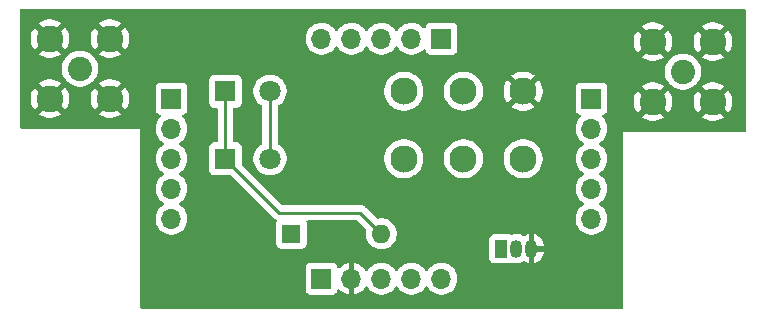
<source format=gbr>
%TF.GenerationSoftware,KiCad,Pcbnew,9.0.6*%
%TF.CreationDate,2026-01-07T20:23:40-06:00*%
%TF.ProjectId,K9HZ_100W_11band_LPF-TR-carrier_01_06_26,4b39485a-5f31-4303-9057-5f313162616e,rev?*%
%TF.SameCoordinates,Original*%
%TF.FileFunction,Copper,L2,Bot*%
%TF.FilePolarity,Positive*%
%FSLAX46Y46*%
G04 Gerber Fmt 4.6, Leading zero omitted, Abs format (unit mm)*
G04 Created by KiCad (PCBNEW 9.0.6) date 2026-01-07 20:23:40*
%MOMM*%
%LPD*%
G01*
G04 APERTURE LIST*
%TA.AperFunction,ComponentPad*%
%ADD10C,2.250000*%
%TD*%
%TA.AperFunction,ComponentPad*%
%ADD11C,2.300000*%
%TD*%
%TA.AperFunction,ComponentPad*%
%ADD12R,1.800000X1.800000*%
%TD*%
%TA.AperFunction,ComponentPad*%
%ADD13C,1.800000*%
%TD*%
%TA.AperFunction,ComponentPad*%
%ADD14R,1.700000X1.700000*%
%TD*%
%TA.AperFunction,ComponentPad*%
%ADD15O,1.700000X1.700000*%
%TD*%
%TA.AperFunction,ComponentPad*%
%ADD16R,1.600000X1.600000*%
%TD*%
%TA.AperFunction,ComponentPad*%
%ADD17O,1.600000X1.600000*%
%TD*%
%TA.AperFunction,ComponentPad*%
%ADD18R,1.050000X1.500000*%
%TD*%
%TA.AperFunction,ComponentPad*%
%ADD19O,1.050000X1.500000*%
%TD*%
%TA.AperFunction,ComponentPad*%
%ADD20C,2.050000*%
%TD*%
%TA.AperFunction,ViaPad*%
%ADD21C,0.800000*%
%TD*%
%TA.AperFunction,Conductor*%
%ADD22C,0.293000*%
%TD*%
G04 APERTURE END LIST*
D10*
%TO.P,,2,Ext*%
%TO.N,GND*%
X115062000Y-78994000D03*
%TD*%
%TO.P,,2,Ext*%
%TO.N,GND*%
X115062000Y-84074000D03*
%TD*%
%TO.P,,2,Ext*%
%TO.N,GND*%
X69088000Y-78740000D03*
%TD*%
%TO.P,,2,Ext*%
%TO.N,GND*%
X120142000Y-84074000D03*
%TD*%
D11*
%TO.P,K2,11*%
%TO.N,Net-(J22.2-Pin_1)*%
X99020000Y-88900000D03*
%TO.P,K2,12*%
%TO.N,Net-(K2-Pad12)*%
X93980000Y-88900000D03*
%TO.P,K2,14*%
%TO.N,N/C*%
X104060000Y-88900000D03*
D12*
%TO.P,K2,A1*%
%TO.N,Net-(D1-A)*%
X78860000Y-88900000D03*
D13*
%TO.P,K2,A2*%
%TO.N,Net-(D1-K)*%
X82640000Y-88900000D03*
%TD*%
D14*
%TO.P,J22.2,1,Pin_1*%
%TO.N,Net-(J22.2-Pin_1)*%
X74295000Y-83820000D03*
D15*
%TO.P,J22.2,2,Pin_2*%
X74295000Y-86360000D03*
%TO.P,J22.2,3,Pin_3*%
X74295000Y-88900000D03*
%TO.P,J22.2,4,Pin_4*%
X74295000Y-91440000D03*
%TO.P,J22.2,5,Pin_5*%
X74295000Y-93980000D03*
%TD*%
D11*
%TO.P,K1,11*%
%TO.N,Net-(J23.1-Pin_1)*%
X99020000Y-83185000D03*
%TO.P,K1,12*%
%TO.N,N/C*%
X93980000Y-83185000D03*
%TO.P,K1,14*%
%TO.N,GND*%
X104060000Y-83185000D03*
D12*
%TO.P,K1,A1*%
%TO.N,Net-(D1-A)*%
X78860000Y-83185000D03*
D13*
%TO.P,K1,A2*%
%TO.N,Net-(D1-K)*%
X82640000Y-83185000D03*
%TD*%
D16*
%TO.P,D1,1,K*%
%TO.N,Net-(D1-K)*%
X84455000Y-95250000D03*
D17*
%TO.P,D1,2,A*%
%TO.N,Net-(D1-A)*%
X92075000Y-95250000D03*
%TD*%
D18*
%TO.P,Q1,1,D*%
%TO.N,Net-(D1-A)*%
X102235000Y-96520000D03*
D19*
%TO.P,Q1,2,G*%
%TO.N,/TX*%
X103505000Y-96520000D03*
%TO.P,Q1,3,S*%
%TO.N,GND*%
X104775000Y-96520000D03*
%TD*%
D14*
%TO.P,J23.2,1,Pin_1*%
%TO.N,/TX*%
X86995000Y-99060000D03*
D15*
%TO.P,J23.2,2,Pin_2*%
%TO.N,GND*%
X89535000Y-99060000D03*
%TO.P,J23.2,3,Pin_3*%
%TO.N,Net-(D1-K)*%
X92075000Y-99060000D03*
%TO.P,J23.2,4,Pin_4*%
%TO.N,unconnected-(J23.2-Pin_4-Pad4)*%
X94615000Y-99060000D03*
%TO.P,J23.2,5,Pin_5*%
%TO.N,unconnected-(J23.2-Pin_5-Pad5)*%
X97155000Y-99060000D03*
%TD*%
D10*
%TO.P,,2,Ext*%
%TO.N,GND*%
X120142000Y-78994000D03*
%TD*%
D14*
%TO.P,J23.1,1,Pin_1*%
%TO.N,Net-(J23.1-Pin_1)*%
X97155000Y-78740000D03*
D15*
%TO.P,J23.1,2,Pin_2*%
X94615000Y-78740000D03*
%TO.P,J23.1,3,Pin_3*%
X92075000Y-78740000D03*
%TO.P,J23.1,4,Pin_4*%
X89535000Y-78740000D03*
%TO.P,J23.1,5,Pin_5*%
X86995000Y-78740000D03*
%TD*%
D20*
%TO.P,,1,In*%
%TO.N,/ANT*%
X117602000Y-81534000D03*
%TD*%
D14*
%TO.P,J22.1,1,Pin_1*%
%TO.N,/ANT*%
X109855000Y-83820000D03*
D15*
%TO.P,J22.1,2,Pin_2*%
X109855000Y-86360000D03*
%TO.P,J22.1,3,Pin_3*%
X109855000Y-88900000D03*
%TO.P,J22.1,4,Pin_4*%
X109855000Y-91440000D03*
%TO.P,J22.1,5,Pin_5*%
X109855000Y-93980000D03*
%TD*%
D10*
%TO.P,,2,Ext*%
%TO.N,GND*%
X69088000Y-83820000D03*
%TD*%
D20*
%TO.P,,1,In*%
%TO.N,N/C*%
X66548000Y-81280000D03*
%TD*%
D10*
%TO.P,,2,Ext*%
%TO.N,GND*%
X64008000Y-78740000D03*
%TD*%
%TO.P,,2,Ext*%
%TO.N,GND*%
X64008000Y-83820000D03*
%TD*%
D21*
%TO.N,GND*%
X102616000Y-91694000D03*
X107696000Y-92202000D03*
X109728000Y-76962000D03*
X84099400Y-101092000D03*
X82296000Y-97028000D03*
X78994000Y-77216000D03*
X96520000Y-83566000D03*
X99822000Y-98298000D03*
X88138000Y-76708000D03*
X87122000Y-96774000D03*
X101600000Y-80518000D03*
X107696000Y-95504000D03*
X103378000Y-78994000D03*
X96520000Y-88900000D03*
X85090000Y-85090000D03*
X80772000Y-88646000D03*
X81026000Y-85598000D03*
X91948000Y-76708000D03*
X109728000Y-78994000D03*
X81788000Y-77216000D03*
X84328000Y-77216000D03*
X76454000Y-93218000D03*
X72288400Y-87655400D03*
X73914000Y-77216000D03*
X103378000Y-76962000D03*
X89916000Y-85344000D03*
X88138000Y-84836000D03*
X89662000Y-88900000D03*
X111760000Y-95504000D03*
X111887000Y-87350600D03*
X93980000Y-85852000D03*
X111912400Y-92481400D03*
X103759000Y-100634800D03*
X109448600Y-100838000D03*
X104140000Y-86360000D03*
X93726000Y-80772000D03*
X101346000Y-88900000D03*
X106426000Y-78994000D03*
X99568000Y-76708000D03*
X111760000Y-83820000D03*
X98298000Y-92456000D03*
X85344000Y-91694000D03*
X72313800Y-92735400D03*
X106934000Y-86360000D03*
X75184000Y-96774000D03*
X72313800Y-83312000D03*
X89154000Y-81026000D03*
X106426000Y-76962000D03*
X105156000Y-91948000D03*
X72644000Y-96520000D03*
X93980000Y-91948000D03*
X96012000Y-76708000D03*
X75920600Y-100990400D03*
X76454000Y-85090000D03*
X85598000Y-88900000D03*
X90170000Y-92202000D03*
X76708000Y-89916000D03*
%TD*%
D22*
%TO.N,Net-(D1-K)*%
X82640000Y-83185000D02*
X82640000Y-88900000D01*
%TO.N,Net-(D1-A)*%
X90297000Y-93472000D02*
X83432000Y-93472000D01*
X83432000Y-93472000D02*
X78860000Y-88900000D01*
X78860000Y-88900000D02*
X78860000Y-83185000D01*
X92075000Y-95250000D02*
X90297000Y-93472000D01*
%TD*%
%TA.AperFunction,Conductor*%
%TO.N,GND*%
G36*
X122878539Y-76220185D02*
G01*
X122924294Y-76272989D01*
X122935500Y-76324500D01*
X122935500Y-86489500D01*
X122915815Y-86556539D01*
X122863011Y-86602294D01*
X122811500Y-86613500D01*
X112521792Y-86613500D01*
X112521500Y-86613792D01*
X112521500Y-101475500D01*
X112501815Y-101542539D01*
X112449011Y-101588294D01*
X112397500Y-101599500D01*
X71752500Y-101599500D01*
X71685461Y-101579815D01*
X71639706Y-101527011D01*
X71628500Y-101475500D01*
X71628500Y-98162135D01*
X85644500Y-98162135D01*
X85644500Y-99957870D01*
X85644501Y-99957876D01*
X85650908Y-100017483D01*
X85701202Y-100152328D01*
X85701206Y-100152335D01*
X85787452Y-100267544D01*
X85787455Y-100267547D01*
X85902664Y-100353793D01*
X85902671Y-100353797D01*
X86037517Y-100404091D01*
X86037516Y-100404091D01*
X86044444Y-100404835D01*
X86097127Y-100410500D01*
X87892872Y-100410499D01*
X87952483Y-100404091D01*
X88087331Y-100353796D01*
X88202546Y-100267546D01*
X88288796Y-100152331D01*
X88338002Y-100020401D01*
X88379872Y-99964468D01*
X88445337Y-99940050D01*
X88513610Y-99954901D01*
X88541865Y-99976053D01*
X88655535Y-100089723D01*
X88655540Y-100089727D01*
X88827442Y-100214620D01*
X89016782Y-100311095D01*
X89218871Y-100376757D01*
X89285000Y-100387231D01*
X89285000Y-99493012D01*
X89342007Y-99525925D01*
X89469174Y-99560000D01*
X89600826Y-99560000D01*
X89727993Y-99525925D01*
X89785000Y-99493012D01*
X89785000Y-100387230D01*
X89851126Y-100376757D01*
X89851129Y-100376757D01*
X90053217Y-100311095D01*
X90242557Y-100214620D01*
X90414459Y-100089727D01*
X90414464Y-100089723D01*
X90564723Y-99939464D01*
X90564727Y-99939459D01*
X90689620Y-99767558D01*
X90694232Y-99758507D01*
X90742205Y-99707709D01*
X90810025Y-99690912D01*
X90876161Y-99713447D01*
X90915204Y-99758504D01*
X90919949Y-99767817D01*
X91044890Y-99939786D01*
X91195213Y-100090109D01*
X91367179Y-100215048D01*
X91367181Y-100215049D01*
X91367184Y-100215051D01*
X91556588Y-100311557D01*
X91758757Y-100377246D01*
X91968713Y-100410500D01*
X91968714Y-100410500D01*
X92181286Y-100410500D01*
X92181287Y-100410500D01*
X92391243Y-100377246D01*
X92593412Y-100311557D01*
X92782816Y-100215051D01*
X92869138Y-100152335D01*
X92954786Y-100090109D01*
X92954788Y-100090106D01*
X92954792Y-100090104D01*
X93105104Y-99939792D01*
X93105106Y-99939788D01*
X93105109Y-99939786D01*
X93230048Y-99767820D01*
X93230050Y-99767817D01*
X93230051Y-99767816D01*
X93234514Y-99759054D01*
X93282488Y-99708259D01*
X93350308Y-99691463D01*
X93416444Y-99713999D01*
X93455486Y-99759056D01*
X93459951Y-99767820D01*
X93584890Y-99939786D01*
X93735213Y-100090109D01*
X93907179Y-100215048D01*
X93907181Y-100215049D01*
X93907184Y-100215051D01*
X94096588Y-100311557D01*
X94298757Y-100377246D01*
X94508713Y-100410500D01*
X94508714Y-100410500D01*
X94721286Y-100410500D01*
X94721287Y-100410500D01*
X94931243Y-100377246D01*
X95133412Y-100311557D01*
X95322816Y-100215051D01*
X95409138Y-100152335D01*
X95494786Y-100090109D01*
X95494788Y-100090106D01*
X95494792Y-100090104D01*
X95645104Y-99939792D01*
X95645106Y-99939788D01*
X95645109Y-99939786D01*
X95770048Y-99767820D01*
X95770050Y-99767817D01*
X95770051Y-99767816D01*
X95774514Y-99759054D01*
X95822488Y-99708259D01*
X95890308Y-99691463D01*
X95956444Y-99713999D01*
X95995486Y-99759056D01*
X95999951Y-99767820D01*
X96124890Y-99939786D01*
X96275213Y-100090109D01*
X96447179Y-100215048D01*
X96447181Y-100215049D01*
X96447184Y-100215051D01*
X96636588Y-100311557D01*
X96838757Y-100377246D01*
X97048713Y-100410500D01*
X97048714Y-100410500D01*
X97261286Y-100410500D01*
X97261287Y-100410500D01*
X97471243Y-100377246D01*
X97673412Y-100311557D01*
X97862816Y-100215051D01*
X97949138Y-100152335D01*
X98034786Y-100090109D01*
X98034788Y-100090106D01*
X98034792Y-100090104D01*
X98185104Y-99939792D01*
X98185106Y-99939788D01*
X98185109Y-99939786D01*
X98310048Y-99767820D01*
X98310050Y-99767817D01*
X98310051Y-99767816D01*
X98406557Y-99578412D01*
X98472246Y-99376243D01*
X98505500Y-99166287D01*
X98505500Y-98953713D01*
X98472246Y-98743757D01*
X98406557Y-98541588D01*
X98310051Y-98352184D01*
X98310049Y-98352181D01*
X98310048Y-98352179D01*
X98185109Y-98180213D01*
X98034786Y-98029890D01*
X97862820Y-97904951D01*
X97673414Y-97808444D01*
X97673413Y-97808443D01*
X97673412Y-97808443D01*
X97471243Y-97742754D01*
X97471241Y-97742753D01*
X97471240Y-97742753D01*
X97309957Y-97717208D01*
X97261287Y-97709500D01*
X97048713Y-97709500D01*
X97000042Y-97717208D01*
X96838760Y-97742753D01*
X96636585Y-97808444D01*
X96447179Y-97904951D01*
X96275213Y-98029890D01*
X96124890Y-98180213D01*
X95999949Y-98352182D01*
X95995484Y-98360946D01*
X95947509Y-98411742D01*
X95879688Y-98428536D01*
X95813553Y-98405998D01*
X95774516Y-98360946D01*
X95770050Y-98352182D01*
X95645109Y-98180213D01*
X95494786Y-98029890D01*
X95322820Y-97904951D01*
X95133414Y-97808444D01*
X95133413Y-97808443D01*
X95133412Y-97808443D01*
X94931243Y-97742754D01*
X94931241Y-97742753D01*
X94931240Y-97742753D01*
X94769957Y-97717208D01*
X94721287Y-97709500D01*
X94508713Y-97709500D01*
X94460042Y-97717208D01*
X94298760Y-97742753D01*
X94096585Y-97808444D01*
X93907179Y-97904951D01*
X93735213Y-98029890D01*
X93584890Y-98180213D01*
X93459949Y-98352182D01*
X93455484Y-98360946D01*
X93407509Y-98411742D01*
X93339688Y-98428536D01*
X93273553Y-98405998D01*
X93234516Y-98360946D01*
X93230050Y-98352182D01*
X93105109Y-98180213D01*
X92954786Y-98029890D01*
X92782820Y-97904951D01*
X92593414Y-97808444D01*
X92593413Y-97808443D01*
X92593412Y-97808443D01*
X92391243Y-97742754D01*
X92391241Y-97742753D01*
X92391240Y-97742753D01*
X92229957Y-97717208D01*
X92181287Y-97709500D01*
X91968713Y-97709500D01*
X91920042Y-97717208D01*
X91758760Y-97742753D01*
X91556585Y-97808444D01*
X91367179Y-97904951D01*
X91195213Y-98029890D01*
X91044890Y-98180213D01*
X90919949Y-98352182D01*
X90915202Y-98361499D01*
X90867227Y-98412293D01*
X90799405Y-98429087D01*
X90733271Y-98406548D01*
X90694234Y-98361495D01*
X90689622Y-98352444D01*
X90564727Y-98180540D01*
X90564723Y-98180535D01*
X90414464Y-98030276D01*
X90414459Y-98030272D01*
X90242557Y-97905379D01*
X90053215Y-97808903D01*
X89851124Y-97743241D01*
X89785000Y-97732768D01*
X89785000Y-98626988D01*
X89727993Y-98594075D01*
X89600826Y-98560000D01*
X89469174Y-98560000D01*
X89342007Y-98594075D01*
X89285000Y-98626988D01*
X89285000Y-97732768D01*
X89284999Y-97732768D01*
X89218875Y-97743241D01*
X89016784Y-97808903D01*
X88827442Y-97905379D01*
X88655541Y-98030271D01*
X88541865Y-98143947D01*
X88480542Y-98177431D01*
X88410850Y-98172447D01*
X88354917Y-98130575D01*
X88338002Y-98099598D01*
X88288797Y-97967671D01*
X88288793Y-97967664D01*
X88202547Y-97852455D01*
X88202544Y-97852452D01*
X88087335Y-97766206D01*
X88087328Y-97766202D01*
X87952482Y-97715908D01*
X87952483Y-97715908D01*
X87892883Y-97709501D01*
X87892881Y-97709500D01*
X87892873Y-97709500D01*
X87892864Y-97709500D01*
X86097129Y-97709500D01*
X86097123Y-97709501D01*
X86037516Y-97715908D01*
X85902671Y-97766202D01*
X85902664Y-97766206D01*
X85787455Y-97852452D01*
X85787452Y-97852455D01*
X85701206Y-97967664D01*
X85701202Y-97967671D01*
X85650908Y-98102517D01*
X85644501Y-98162116D01*
X85644500Y-98162135D01*
X71628500Y-98162135D01*
X71628500Y-86359793D01*
X71628207Y-86359500D01*
X61592500Y-86359500D01*
X61525461Y-86339815D01*
X61479706Y-86287011D01*
X61468500Y-86235500D01*
X61468500Y-83692110D01*
X62383000Y-83692110D01*
X62383000Y-83947889D01*
X62423013Y-84200523D01*
X62502051Y-84443781D01*
X62502052Y-84443784D01*
X62618175Y-84671686D01*
X62695850Y-84778595D01*
X62695850Y-84778596D01*
X63253884Y-84220561D01*
X63254740Y-84222626D01*
X63347762Y-84361844D01*
X63466156Y-84480238D01*
X63605374Y-84573260D01*
X63607437Y-84574114D01*
X63049402Y-85132148D01*
X63156313Y-85209824D01*
X63384215Y-85325947D01*
X63384218Y-85325948D01*
X63627476Y-85404986D01*
X63880111Y-85445000D01*
X64135889Y-85445000D01*
X64388523Y-85404986D01*
X64631781Y-85325948D01*
X64631784Y-85325947D01*
X64859685Y-85209825D01*
X64966595Y-85132148D01*
X64966596Y-85132148D01*
X64408562Y-84574114D01*
X64410626Y-84573260D01*
X64549844Y-84480238D01*
X64668238Y-84361844D01*
X64761260Y-84222626D01*
X64762114Y-84220562D01*
X65320148Y-84778596D01*
X65320148Y-84778595D01*
X65397825Y-84671685D01*
X65513947Y-84443784D01*
X65513948Y-84443781D01*
X65592986Y-84200523D01*
X65633000Y-83947889D01*
X65633000Y-83692110D01*
X67463000Y-83692110D01*
X67463000Y-83947889D01*
X67503013Y-84200523D01*
X67582051Y-84443781D01*
X67582052Y-84443784D01*
X67698175Y-84671686D01*
X67775850Y-84778595D01*
X67775850Y-84778596D01*
X68333884Y-84220561D01*
X68334740Y-84222626D01*
X68427762Y-84361844D01*
X68546156Y-84480238D01*
X68685374Y-84573260D01*
X68687437Y-84574114D01*
X68129402Y-85132148D01*
X68236313Y-85209824D01*
X68464215Y-85325947D01*
X68464218Y-85325948D01*
X68707476Y-85404986D01*
X68960111Y-85445000D01*
X69215889Y-85445000D01*
X69468523Y-85404986D01*
X69711781Y-85325948D01*
X69711784Y-85325947D01*
X69939685Y-85209825D01*
X70046595Y-85132148D01*
X70046596Y-85132148D01*
X69488562Y-84574114D01*
X69490626Y-84573260D01*
X69629844Y-84480238D01*
X69748238Y-84361844D01*
X69841260Y-84222626D01*
X69842114Y-84220562D01*
X70400148Y-84778596D01*
X70400148Y-84778595D01*
X70477825Y-84671685D01*
X70593947Y-84443784D01*
X70593948Y-84443781D01*
X70672986Y-84200523D01*
X70713000Y-83947889D01*
X70713000Y-83692110D01*
X70672986Y-83439476D01*
X70593948Y-83196218D01*
X70593947Y-83196215D01*
X70481283Y-82975101D01*
X70477824Y-82968313D01*
X70444273Y-82922135D01*
X72944500Y-82922135D01*
X72944500Y-84717870D01*
X72944501Y-84717876D01*
X72950908Y-84777483D01*
X73001202Y-84912328D01*
X73001206Y-84912335D01*
X73087452Y-85027544D01*
X73087455Y-85027547D01*
X73202664Y-85113793D01*
X73202671Y-85113797D01*
X73334082Y-85162810D01*
X73390016Y-85204681D01*
X73414433Y-85270145D01*
X73399582Y-85338418D01*
X73378431Y-85366673D01*
X73264889Y-85480215D01*
X73139951Y-85652179D01*
X73043444Y-85841585D01*
X72977753Y-86043760D01*
X72944500Y-86253713D01*
X72944500Y-86466286D01*
X72977753Y-86676239D01*
X73043444Y-86878414D01*
X73139951Y-87067820D01*
X73264890Y-87239786D01*
X73415213Y-87390109D01*
X73587182Y-87515050D01*
X73595946Y-87519516D01*
X73646742Y-87567491D01*
X73663536Y-87635312D01*
X73640998Y-87701447D01*
X73595946Y-87740484D01*
X73587182Y-87744949D01*
X73415213Y-87869890D01*
X73264890Y-88020213D01*
X73139951Y-88192179D01*
X73043444Y-88381585D01*
X72977753Y-88583760D01*
X72948240Y-88770097D01*
X72944500Y-88793713D01*
X72944500Y-89006287D01*
X72977754Y-89216243D01*
X73032750Y-89385503D01*
X73043444Y-89418414D01*
X73139951Y-89607820D01*
X73264890Y-89779786D01*
X73415213Y-89930109D01*
X73587182Y-90055050D01*
X73595946Y-90059516D01*
X73646742Y-90107491D01*
X73663536Y-90175312D01*
X73640998Y-90241447D01*
X73595946Y-90280484D01*
X73587182Y-90284949D01*
X73415213Y-90409890D01*
X73264890Y-90560213D01*
X73139951Y-90732179D01*
X73043444Y-90921585D01*
X72977753Y-91123760D01*
X72944500Y-91333713D01*
X72944500Y-91546286D01*
X72977753Y-91756239D01*
X73043444Y-91958414D01*
X73139951Y-92147820D01*
X73264890Y-92319786D01*
X73415213Y-92470109D01*
X73587182Y-92595050D01*
X73595946Y-92599516D01*
X73646742Y-92647491D01*
X73663536Y-92715312D01*
X73640998Y-92781447D01*
X73595946Y-92820484D01*
X73587182Y-92824949D01*
X73415213Y-92949890D01*
X73264890Y-93100213D01*
X73139951Y-93272179D01*
X73043444Y-93461585D01*
X72977753Y-93663760D01*
X72944500Y-93873713D01*
X72944500Y-94086286D01*
X72955433Y-94155318D01*
X72977754Y-94296243D01*
X73012370Y-94402781D01*
X73043444Y-94498414D01*
X73139951Y-94687820D01*
X73264890Y-94859786D01*
X73415213Y-95010109D01*
X73587179Y-95135048D01*
X73587181Y-95135049D01*
X73587184Y-95135051D01*
X73776588Y-95231557D01*
X73978757Y-95297246D01*
X74188713Y-95330500D01*
X74188714Y-95330500D01*
X74401286Y-95330500D01*
X74401287Y-95330500D01*
X74611243Y-95297246D01*
X74813412Y-95231557D01*
X75002816Y-95135051D01*
X75024789Y-95119086D01*
X75174786Y-95010109D01*
X75174788Y-95010106D01*
X75174792Y-95010104D01*
X75325104Y-94859792D01*
X75325106Y-94859788D01*
X75325109Y-94859786D01*
X75450048Y-94687820D01*
X75450047Y-94687820D01*
X75450051Y-94687816D01*
X75546557Y-94498412D01*
X75612246Y-94296243D01*
X75645500Y-94086287D01*
X75645500Y-93873713D01*
X75612246Y-93663757D01*
X75546557Y-93461588D01*
X75450051Y-93272184D01*
X75450049Y-93272181D01*
X75450048Y-93272179D01*
X75325109Y-93100213D01*
X75174786Y-92949890D01*
X75002820Y-92824951D01*
X75002115Y-92824591D01*
X74994054Y-92820485D01*
X74943259Y-92772512D01*
X74926463Y-92704692D01*
X74948999Y-92638556D01*
X74994054Y-92599515D01*
X75002816Y-92595051D01*
X75024789Y-92579086D01*
X75174786Y-92470109D01*
X75174788Y-92470106D01*
X75174792Y-92470104D01*
X75325104Y-92319792D01*
X75325106Y-92319788D01*
X75325109Y-92319786D01*
X75450048Y-92147820D01*
X75450047Y-92147820D01*
X75450051Y-92147816D01*
X75546557Y-91958412D01*
X75612246Y-91756243D01*
X75645500Y-91546287D01*
X75645500Y-91333713D01*
X75612246Y-91123757D01*
X75546557Y-90921588D01*
X75450051Y-90732184D01*
X75450049Y-90732181D01*
X75450048Y-90732179D01*
X75325109Y-90560213D01*
X75174786Y-90409890D01*
X75002820Y-90284951D01*
X75002115Y-90284591D01*
X74994054Y-90280485D01*
X74943259Y-90232512D01*
X74926463Y-90164692D01*
X74948999Y-90098556D01*
X74994054Y-90059515D01*
X75002816Y-90055051D01*
X75112680Y-89975231D01*
X75174786Y-89930109D01*
X75174788Y-89930106D01*
X75174792Y-89930104D01*
X75325104Y-89779792D01*
X75325106Y-89779788D01*
X75325109Y-89779786D01*
X75450048Y-89607820D01*
X75450047Y-89607820D01*
X75450051Y-89607816D01*
X75546557Y-89418412D01*
X75612246Y-89216243D01*
X75645500Y-89006287D01*
X75645500Y-88793713D01*
X75612246Y-88583757D01*
X75546557Y-88381588D01*
X75450051Y-88192184D01*
X75450049Y-88192181D01*
X75450048Y-88192179D01*
X75325109Y-88020213D01*
X75174786Y-87869890D01*
X75002820Y-87744951D01*
X75002115Y-87744591D01*
X74994054Y-87740485D01*
X74943259Y-87692512D01*
X74926463Y-87624692D01*
X74948999Y-87558556D01*
X74994054Y-87519515D01*
X75002816Y-87515051D01*
X75123994Y-87427011D01*
X75174786Y-87390109D01*
X75174788Y-87390106D01*
X75174792Y-87390104D01*
X75325104Y-87239792D01*
X75325106Y-87239788D01*
X75325109Y-87239786D01*
X75450048Y-87067820D01*
X75450047Y-87067820D01*
X75450051Y-87067816D01*
X75546557Y-86878412D01*
X75612246Y-86676243D01*
X75645500Y-86466287D01*
X75645500Y-86253713D01*
X75612246Y-86043757D01*
X75546557Y-85841588D01*
X75450051Y-85652184D01*
X75450049Y-85652181D01*
X75450048Y-85652179D01*
X75325109Y-85480213D01*
X75211569Y-85366673D01*
X75178084Y-85305350D01*
X75183068Y-85235658D01*
X75224940Y-85179725D01*
X75255915Y-85162810D01*
X75387331Y-85113796D01*
X75502546Y-85027546D01*
X75588796Y-84912331D01*
X75639091Y-84777483D01*
X75645500Y-84717873D01*
X75645499Y-82922128D01*
X75639091Y-82862517D01*
X75639090Y-82862515D01*
X75588797Y-82727671D01*
X75588793Y-82727664D01*
X75502547Y-82612455D01*
X75502544Y-82612452D01*
X75387335Y-82526206D01*
X75387328Y-82526202D01*
X75252482Y-82475908D01*
X75252483Y-82475908D01*
X75192883Y-82469501D01*
X75192881Y-82469500D01*
X75192873Y-82469500D01*
X75192864Y-82469500D01*
X73397129Y-82469500D01*
X73397123Y-82469501D01*
X73337516Y-82475908D01*
X73202671Y-82526202D01*
X73202664Y-82526206D01*
X73087455Y-82612452D01*
X73087452Y-82612455D01*
X73001206Y-82727664D01*
X73001202Y-82727671D01*
X72950908Y-82862517D01*
X72944501Y-82922116D01*
X72944501Y-82922123D01*
X72944500Y-82922135D01*
X70444273Y-82922135D01*
X70400148Y-82861403D01*
X70400148Y-82861402D01*
X69842114Y-83419436D01*
X69841260Y-83417374D01*
X69748238Y-83278156D01*
X69629844Y-83159762D01*
X69490626Y-83066740D01*
X69488560Y-83065884D01*
X70046596Y-82507850D01*
X69939686Y-82430175D01*
X69771129Y-82344291D01*
X69711784Y-82314052D01*
X69711781Y-82314051D01*
X69475054Y-82237135D01*
X77459500Y-82237135D01*
X77459500Y-84132870D01*
X77459501Y-84132876D01*
X77465908Y-84192483D01*
X77516202Y-84327328D01*
X77516206Y-84327335D01*
X77602452Y-84442544D01*
X77602455Y-84442547D01*
X77717664Y-84528793D01*
X77717671Y-84528797D01*
X77762618Y-84545561D01*
X77852517Y-84579091D01*
X77912127Y-84585500D01*
X78089000Y-84585499D01*
X78156039Y-84605183D01*
X78201794Y-84657987D01*
X78213000Y-84709499D01*
X78213000Y-87375500D01*
X78193315Y-87442539D01*
X78140511Y-87488294D01*
X78089001Y-87499500D01*
X77912130Y-87499500D01*
X77912123Y-87499501D01*
X77852516Y-87505908D01*
X77717671Y-87556202D01*
X77717664Y-87556206D01*
X77602455Y-87642452D01*
X77602452Y-87642455D01*
X77516206Y-87757664D01*
X77516202Y-87757671D01*
X77465908Y-87892517D01*
X77459501Y-87952116D01*
X77459501Y-87952123D01*
X77459500Y-87952135D01*
X77459500Y-89847870D01*
X77459501Y-89847876D01*
X77465908Y-89907483D01*
X77516202Y-90042328D01*
X77516206Y-90042335D01*
X77602452Y-90157544D01*
X77602455Y-90157547D01*
X77717664Y-90243793D01*
X77717671Y-90243797D01*
X77852517Y-90294091D01*
X77852516Y-90294091D01*
X77859444Y-90294835D01*
X77912127Y-90300500D01*
X79294141Y-90300499D01*
X79361180Y-90320184D01*
X79381822Y-90336818D01*
X82926316Y-93881312D01*
X82926345Y-93881343D01*
X83019557Y-93974555D01*
X83019561Y-93974558D01*
X83125523Y-94045360D01*
X83125525Y-94045361D01*
X83125530Y-94045364D01*
X83141630Y-94052033D01*
X83196033Y-94095871D01*
X83218100Y-94162164D01*
X83210361Y-94209927D01*
X83160908Y-94342517D01*
X83154501Y-94402116D01*
X83154501Y-94402123D01*
X83154500Y-94402135D01*
X83154500Y-96097870D01*
X83154501Y-96097876D01*
X83160908Y-96157483D01*
X83211202Y-96292328D01*
X83211206Y-96292335D01*
X83297452Y-96407544D01*
X83297455Y-96407547D01*
X83412664Y-96493793D01*
X83412671Y-96493797D01*
X83547517Y-96544091D01*
X83547516Y-96544091D01*
X83554444Y-96544835D01*
X83607127Y-96550500D01*
X85302872Y-96550499D01*
X85362483Y-96544091D01*
X85497331Y-96493796D01*
X85612546Y-96407546D01*
X85698796Y-96292331D01*
X85749091Y-96157483D01*
X85755500Y-96097873D01*
X85755499Y-94402128D01*
X85749091Y-94342517D01*
X85731830Y-94296239D01*
X85728136Y-94286333D01*
X85723152Y-94216641D01*
X85756637Y-94155318D01*
X85817961Y-94121834D01*
X85844318Y-94119000D01*
X89977642Y-94119000D01*
X90044681Y-94138685D01*
X90065323Y-94155319D01*
X90768539Y-94858535D01*
X90802024Y-94919858D01*
X90803331Y-94965614D01*
X90774500Y-95147648D01*
X90774500Y-95352351D01*
X90806522Y-95554534D01*
X90869781Y-95749223D01*
X90962715Y-95931613D01*
X91083028Y-96097213D01*
X91227786Y-96241971D01*
X91382749Y-96354556D01*
X91393390Y-96362287D01*
X91482212Y-96407544D01*
X91575776Y-96455218D01*
X91575778Y-96455218D01*
X91575781Y-96455220D01*
X91680137Y-96489127D01*
X91770465Y-96518477D01*
X91871557Y-96534488D01*
X91972648Y-96550500D01*
X91972649Y-96550500D01*
X92177351Y-96550500D01*
X92177352Y-96550500D01*
X92379534Y-96518477D01*
X92574219Y-96455220D01*
X92756610Y-96362287D01*
X92856456Y-96289745D01*
X92922213Y-96241971D01*
X92922215Y-96241968D01*
X92922219Y-96241966D01*
X93066966Y-96097219D01*
X93066968Y-96097215D01*
X93066971Y-96097213D01*
X93140487Y-95996025D01*
X93187287Y-95931610D01*
X93280220Y-95749219D01*
X93289020Y-95722135D01*
X101209500Y-95722135D01*
X101209500Y-97317870D01*
X101209501Y-97317876D01*
X101215908Y-97377483D01*
X101266202Y-97512328D01*
X101266206Y-97512335D01*
X101352452Y-97627544D01*
X101352455Y-97627547D01*
X101467664Y-97713793D01*
X101467671Y-97713797D01*
X101602517Y-97764091D01*
X101602516Y-97764091D01*
X101609444Y-97764835D01*
X101662127Y-97770500D01*
X102807872Y-97770499D01*
X102867483Y-97764091D01*
X103002331Y-97713796D01*
X103003430Y-97712972D01*
X103004717Y-97712492D01*
X103010112Y-97709547D01*
X103010535Y-97710322D01*
X103068887Y-97688552D01*
X103125198Y-97697673D01*
X103205873Y-97731091D01*
X103403987Y-97770498D01*
X103403992Y-97770499D01*
X103403996Y-97770500D01*
X103403997Y-97770500D01*
X103606004Y-97770500D01*
X103606005Y-97770499D01*
X103804127Y-97731091D01*
X103990756Y-97653786D01*
X104071562Y-97599792D01*
X104138234Y-97578917D01*
X104205614Y-97597401D01*
X104209340Y-97599795D01*
X104289479Y-97653343D01*
X104289486Y-97653347D01*
X104476016Y-97730609D01*
X104476025Y-97730612D01*
X104525000Y-97740353D01*
X104525000Y-96885865D01*
X104525067Y-96881789D01*
X104525400Y-96871638D01*
X104530500Y-96846003D01*
X104530500Y-96805830D01*
X104544745Y-96820075D01*
X104630255Y-96869444D01*
X104725630Y-96895000D01*
X104824370Y-96895000D01*
X104919745Y-96869444D01*
X105005255Y-96820075D01*
X105025000Y-96800330D01*
X105025000Y-97740352D01*
X105073974Y-97730612D01*
X105073983Y-97730609D01*
X105260513Y-97653347D01*
X105260526Y-97653340D01*
X105428399Y-97541170D01*
X105428403Y-97541167D01*
X105571167Y-97398403D01*
X105571170Y-97398399D01*
X105683340Y-97230526D01*
X105683347Y-97230513D01*
X105760609Y-97043983D01*
X105760612Y-97043974D01*
X105799999Y-96845958D01*
X105800000Y-96845955D01*
X105800000Y-96770000D01*
X105055330Y-96770000D01*
X105075075Y-96750255D01*
X105124444Y-96664745D01*
X105150000Y-96569370D01*
X105150000Y-96470630D01*
X105124444Y-96375255D01*
X105075075Y-96289745D01*
X105055330Y-96270000D01*
X105800000Y-96270000D01*
X105800000Y-96194045D01*
X105799999Y-96194041D01*
X105760612Y-95996025D01*
X105760609Y-95996016D01*
X105683347Y-95809486D01*
X105683340Y-95809473D01*
X105571170Y-95641600D01*
X105571167Y-95641596D01*
X105428403Y-95498832D01*
X105428399Y-95498829D01*
X105260526Y-95386659D01*
X105260513Y-95386652D01*
X105073984Y-95309390D01*
X105073977Y-95309388D01*
X105025000Y-95299645D01*
X105025000Y-96239670D01*
X105005255Y-96219925D01*
X104919745Y-96170556D01*
X104824370Y-96145000D01*
X104725630Y-96145000D01*
X104630255Y-96170556D01*
X104544745Y-96219925D01*
X104530500Y-96234170D01*
X104530500Y-96193997D01*
X104527383Y-96178326D01*
X104525000Y-96154134D01*
X104525000Y-95299646D01*
X104524999Y-95299645D01*
X104476022Y-95309388D01*
X104476015Y-95309390D01*
X104289481Y-95386654D01*
X104289479Y-95386655D01*
X104209337Y-95440204D01*
X104142660Y-95461081D01*
X104075280Y-95442596D01*
X104071558Y-95440204D01*
X103990754Y-95386212D01*
X103804127Y-95308909D01*
X103804119Y-95308907D01*
X103606007Y-95269500D01*
X103606003Y-95269500D01*
X103403997Y-95269500D01*
X103403992Y-95269500D01*
X103205880Y-95308907D01*
X103205868Y-95308910D01*
X103125198Y-95342325D01*
X103055729Y-95349794D01*
X103010342Y-95330036D01*
X103010114Y-95330454D01*
X103005447Y-95327905D01*
X103003432Y-95327028D01*
X103002331Y-95326204D01*
X103002330Y-95326203D01*
X103002328Y-95326202D01*
X102867482Y-95275908D01*
X102867483Y-95275908D01*
X102807883Y-95269501D01*
X102807881Y-95269500D01*
X102807873Y-95269500D01*
X102807864Y-95269500D01*
X101662129Y-95269500D01*
X101662123Y-95269501D01*
X101602516Y-95275908D01*
X101467671Y-95326202D01*
X101467664Y-95326206D01*
X101352455Y-95412452D01*
X101352452Y-95412455D01*
X101266206Y-95527664D01*
X101266202Y-95527671D01*
X101215908Y-95662517D01*
X101209501Y-95722116D01*
X101209500Y-95722135D01*
X93289020Y-95722135D01*
X93343477Y-95554534D01*
X93375500Y-95352352D01*
X93375500Y-95147648D01*
X93343477Y-94945466D01*
X93335156Y-94919858D01*
X93280218Y-94750776D01*
X93246503Y-94684607D01*
X93187287Y-94568390D01*
X93136447Y-94498414D01*
X93066971Y-94402786D01*
X92922213Y-94258028D01*
X92756613Y-94137715D01*
X92756612Y-94137714D01*
X92756610Y-94137713D01*
X92674491Y-94095871D01*
X92574223Y-94044781D01*
X92379534Y-93981522D01*
X92204995Y-93953878D01*
X92177352Y-93949500D01*
X91972648Y-93949500D01*
X91943142Y-93954173D01*
X91790614Y-93978331D01*
X91721320Y-93969376D01*
X91683535Y-93943539D01*
X90803898Y-93063902D01*
X90803878Y-93063880D01*
X90709446Y-92969448D01*
X90709442Y-92969445D01*
X90709439Y-92969442D01*
X90666993Y-92941080D01*
X90603470Y-92898635D01*
X90603464Y-92898631D01*
X90485724Y-92849863D01*
X90485714Y-92849860D01*
X90360727Y-92824999D01*
X90360724Y-92824999D01*
X90233276Y-92824999D01*
X90227162Y-92824999D01*
X90227142Y-92825000D01*
X83751358Y-92825000D01*
X83684319Y-92805315D01*
X83663677Y-92788681D01*
X80296818Y-89421822D01*
X80263333Y-89360499D01*
X80260499Y-89334141D01*
X80260499Y-87952129D01*
X80260498Y-87952123D01*
X80260497Y-87952116D01*
X80254091Y-87892517D01*
X80231429Y-87831758D01*
X80203797Y-87757671D01*
X80203793Y-87757664D01*
X80117547Y-87642455D01*
X80117544Y-87642452D01*
X80002335Y-87556206D01*
X80002328Y-87556202D01*
X79867482Y-87505908D01*
X79867483Y-87505908D01*
X79807883Y-87499501D01*
X79807881Y-87499500D01*
X79807873Y-87499500D01*
X79807865Y-87499500D01*
X79631000Y-87499500D01*
X79563961Y-87479815D01*
X79518206Y-87427011D01*
X79507000Y-87375500D01*
X79507000Y-84709499D01*
X79526685Y-84642460D01*
X79579489Y-84596705D01*
X79631000Y-84585499D01*
X79807871Y-84585499D01*
X79807872Y-84585499D01*
X79867483Y-84579091D01*
X80002331Y-84528796D01*
X80117546Y-84442546D01*
X80203796Y-84327331D01*
X80254091Y-84192483D01*
X80260500Y-84132873D01*
X80260499Y-83074778D01*
X81239500Y-83074778D01*
X81239500Y-83295221D01*
X81273985Y-83512952D01*
X81342103Y-83722603D01*
X81342104Y-83722606D01*
X81442187Y-83919025D01*
X81571752Y-84097358D01*
X81571756Y-84097363D01*
X81727636Y-84253243D01*
X81727641Y-84253247D01*
X81905976Y-84382814D01*
X81925294Y-84392657D01*
X81976090Y-84440630D01*
X81993000Y-84503142D01*
X81993000Y-87581857D01*
X81973315Y-87648896D01*
X81925297Y-87692341D01*
X81905974Y-87702186D01*
X81727641Y-87831752D01*
X81727636Y-87831756D01*
X81571756Y-87987636D01*
X81571752Y-87987641D01*
X81442187Y-88165974D01*
X81342104Y-88362393D01*
X81342103Y-88362396D01*
X81273985Y-88572047D01*
X81239500Y-88789778D01*
X81239500Y-89010221D01*
X81273985Y-89227952D01*
X81342103Y-89437603D01*
X81342104Y-89437606D01*
X81410122Y-89571096D01*
X81428834Y-89607820D01*
X81442187Y-89634025D01*
X81571752Y-89812358D01*
X81571756Y-89812363D01*
X81727636Y-89968243D01*
X81727641Y-89968247D01*
X81883192Y-90081260D01*
X81905978Y-90097815D01*
X82025918Y-90158928D01*
X82102393Y-90197895D01*
X82102396Y-90197896D01*
X82207221Y-90231955D01*
X82312049Y-90266015D01*
X82529778Y-90300500D01*
X82529779Y-90300500D01*
X82750221Y-90300500D01*
X82750222Y-90300500D01*
X82967951Y-90266015D01*
X83177606Y-90197895D01*
X83374022Y-90097815D01*
X83552365Y-89968242D01*
X83708242Y-89812365D01*
X83837815Y-89634022D01*
X83937895Y-89437606D01*
X84006015Y-89227951D01*
X84040500Y-89010222D01*
X84040500Y-88789778D01*
X84037383Y-88770097D01*
X92329500Y-88770097D01*
X92329500Y-89029902D01*
X92370140Y-89286493D01*
X92450422Y-89533576D01*
X92568368Y-89765054D01*
X92628537Y-89847870D01*
X92721069Y-89975229D01*
X92904771Y-90158931D01*
X93114949Y-90311634D01*
X93262445Y-90386787D01*
X93346423Y-90429577D01*
X93346425Y-90429577D01*
X93346428Y-90429579D01*
X93593507Y-90509860D01*
X93725706Y-90530797D01*
X93850098Y-90550500D01*
X93850103Y-90550500D01*
X94109902Y-90550500D01*
X94223298Y-90532539D01*
X94366493Y-90509860D01*
X94613572Y-90429579D01*
X94845051Y-90311634D01*
X95055229Y-90158931D01*
X95238931Y-89975229D01*
X95391634Y-89765051D01*
X95509579Y-89533572D01*
X95589860Y-89286493D01*
X95612539Y-89143298D01*
X95630500Y-89029902D01*
X95630500Y-88770097D01*
X97369500Y-88770097D01*
X97369500Y-89029902D01*
X97410140Y-89286493D01*
X97490422Y-89533576D01*
X97608368Y-89765054D01*
X97668537Y-89847870D01*
X97761069Y-89975229D01*
X97944771Y-90158931D01*
X98154949Y-90311634D01*
X98302445Y-90386787D01*
X98386423Y-90429577D01*
X98386425Y-90429577D01*
X98386428Y-90429579D01*
X98633507Y-90509860D01*
X98765706Y-90530797D01*
X98890098Y-90550500D01*
X98890103Y-90550500D01*
X99149902Y-90550500D01*
X99263298Y-90532539D01*
X99406493Y-90509860D01*
X99653572Y-90429579D01*
X99885051Y-90311634D01*
X100095229Y-90158931D01*
X100278931Y-89975229D01*
X100431634Y-89765051D01*
X100549579Y-89533572D01*
X100629860Y-89286493D01*
X100652539Y-89143298D01*
X100670500Y-89029902D01*
X100670500Y-88770097D01*
X102409500Y-88770097D01*
X102409500Y-89029902D01*
X102450140Y-89286493D01*
X102530422Y-89533576D01*
X102648368Y-89765054D01*
X102708537Y-89847870D01*
X102801069Y-89975229D01*
X102984771Y-90158931D01*
X103194949Y-90311634D01*
X103342445Y-90386787D01*
X103426423Y-90429577D01*
X103426425Y-90429577D01*
X103426428Y-90429579D01*
X103673507Y-90509860D01*
X103805706Y-90530797D01*
X103930098Y-90550500D01*
X103930103Y-90550500D01*
X104189902Y-90550500D01*
X104303298Y-90532539D01*
X104446493Y-90509860D01*
X104693572Y-90429579D01*
X104925051Y-90311634D01*
X105135229Y-90158931D01*
X105318931Y-89975229D01*
X105471634Y-89765051D01*
X105589579Y-89533572D01*
X105669860Y-89286493D01*
X105692539Y-89143298D01*
X105710500Y-89029902D01*
X105710500Y-88770097D01*
X105688947Y-88634021D01*
X105669860Y-88513507D01*
X105589579Y-88266428D01*
X105589577Y-88266425D01*
X105589577Y-88266423D01*
X105538395Y-88165974D01*
X105471634Y-88034949D01*
X105318931Y-87824771D01*
X105135229Y-87641069D01*
X105053731Y-87581857D01*
X104925054Y-87488368D01*
X104925053Y-87488367D01*
X104925051Y-87488366D01*
X104804636Y-87427011D01*
X104693576Y-87370422D01*
X104446493Y-87290140D01*
X104189902Y-87249500D01*
X104189897Y-87249500D01*
X103930103Y-87249500D01*
X103930098Y-87249500D01*
X103673506Y-87290140D01*
X103426423Y-87370422D01*
X103194945Y-87488368D01*
X102984774Y-87641066D01*
X102984768Y-87641071D01*
X102801071Y-87824768D01*
X102801066Y-87824774D01*
X102648368Y-88034945D01*
X102530422Y-88266423D01*
X102450140Y-88513506D01*
X102409500Y-88770097D01*
X100670500Y-88770097D01*
X100648947Y-88634021D01*
X100629860Y-88513507D01*
X100549579Y-88266428D01*
X100549577Y-88266425D01*
X100549577Y-88266423D01*
X100498395Y-88165974D01*
X100431634Y-88034949D01*
X100278931Y-87824771D01*
X100095229Y-87641069D01*
X100013731Y-87581857D01*
X99885054Y-87488368D01*
X99885053Y-87488367D01*
X99885051Y-87488366D01*
X99764636Y-87427011D01*
X99653576Y-87370422D01*
X99406493Y-87290140D01*
X99149902Y-87249500D01*
X99149897Y-87249500D01*
X98890103Y-87249500D01*
X98890098Y-87249500D01*
X98633506Y-87290140D01*
X98386423Y-87370422D01*
X98154945Y-87488368D01*
X97944774Y-87641066D01*
X97944768Y-87641071D01*
X97761071Y-87824768D01*
X97761066Y-87824774D01*
X97608368Y-88034945D01*
X97490422Y-88266423D01*
X97410140Y-88513506D01*
X97369500Y-88770097D01*
X95630500Y-88770097D01*
X95608947Y-88634021D01*
X95589860Y-88513507D01*
X95509579Y-88266428D01*
X95509577Y-88266425D01*
X95509577Y-88266423D01*
X95458395Y-88165974D01*
X95391634Y-88034949D01*
X95238931Y-87824771D01*
X95055229Y-87641069D01*
X94973731Y-87581857D01*
X94845054Y-87488368D01*
X94845053Y-87488367D01*
X94845051Y-87488366D01*
X94724636Y-87427011D01*
X94613576Y-87370422D01*
X94366493Y-87290140D01*
X94109902Y-87249500D01*
X94109897Y-87249500D01*
X93850103Y-87249500D01*
X93850098Y-87249500D01*
X93593506Y-87290140D01*
X93346423Y-87370422D01*
X93114945Y-87488368D01*
X92904774Y-87641066D01*
X92904768Y-87641071D01*
X92721071Y-87824768D01*
X92721066Y-87824774D01*
X92568368Y-88034945D01*
X92450422Y-88266423D01*
X92370140Y-88513506D01*
X92329500Y-88770097D01*
X84037383Y-88770097D01*
X84006015Y-88572049D01*
X83971955Y-88467221D01*
X83937896Y-88362396D01*
X83937895Y-88362393D01*
X83888995Y-88266423D01*
X83837815Y-88165978D01*
X83821260Y-88143192D01*
X83708247Y-87987641D01*
X83708243Y-87987636D01*
X83552363Y-87831756D01*
X83552358Y-87831752D01*
X83374025Y-87702186D01*
X83354703Y-87692341D01*
X83303908Y-87644365D01*
X83287000Y-87581857D01*
X83287000Y-84503142D01*
X83306685Y-84436103D01*
X83354706Y-84392657D01*
X83374022Y-84382815D01*
X83552365Y-84253242D01*
X83708242Y-84097365D01*
X83837815Y-83919022D01*
X83937895Y-83722606D01*
X84006015Y-83512951D01*
X84040500Y-83295222D01*
X84040500Y-83074778D01*
X84037383Y-83055097D01*
X92329500Y-83055097D01*
X92329500Y-83314902D01*
X92370140Y-83571493D01*
X92450422Y-83818576D01*
X92568368Y-84050054D01*
X92693749Y-84222626D01*
X92721069Y-84260229D01*
X92904771Y-84443931D01*
X93114949Y-84596634D01*
X93258937Y-84670000D01*
X93346423Y-84714577D01*
X93346425Y-84714577D01*
X93346428Y-84714579D01*
X93593507Y-84794860D01*
X93725706Y-84815797D01*
X93850098Y-84835500D01*
X93850103Y-84835500D01*
X94109902Y-84835500D01*
X94223298Y-84817539D01*
X94366493Y-84794860D01*
X94613572Y-84714579D01*
X94845051Y-84596634D01*
X95055229Y-84443931D01*
X95238931Y-84260229D01*
X95391634Y-84050051D01*
X95509579Y-83818572D01*
X95589860Y-83571493D01*
X95614842Y-83413762D01*
X95630500Y-83314902D01*
X95630500Y-83055097D01*
X97369500Y-83055097D01*
X97369500Y-83314902D01*
X97410140Y-83571493D01*
X97490422Y-83818576D01*
X97608368Y-84050054D01*
X97733749Y-84222626D01*
X97761069Y-84260229D01*
X97944771Y-84443931D01*
X98154949Y-84596634D01*
X98298937Y-84670000D01*
X98386423Y-84714577D01*
X98386425Y-84714577D01*
X98386428Y-84714579D01*
X98633507Y-84794860D01*
X98765706Y-84815797D01*
X98890098Y-84835500D01*
X98890103Y-84835500D01*
X99149902Y-84835500D01*
X99263298Y-84817539D01*
X99406493Y-84794860D01*
X99653572Y-84714579D01*
X99885051Y-84596634D01*
X100095229Y-84443931D01*
X100278931Y-84260229D01*
X100431634Y-84050051D01*
X100549579Y-83818572D01*
X100629860Y-83571493D01*
X100654842Y-83413762D01*
X100670500Y-83314902D01*
X100670500Y-83055142D01*
X102410000Y-83055142D01*
X102410000Y-83314857D01*
X102450629Y-83571377D01*
X102530883Y-83818377D01*
X102648796Y-84049791D01*
X102729951Y-84161492D01*
X102729952Y-84161493D01*
X103458958Y-83432487D01*
X103483978Y-83492890D01*
X103555112Y-83599351D01*
X103645649Y-83689888D01*
X103752110Y-83761022D01*
X103812511Y-83786041D01*
X103083505Y-84515046D01*
X103083506Y-84515048D01*
X103195208Y-84596203D01*
X103426622Y-84714116D01*
X103673622Y-84794370D01*
X103930143Y-84835000D01*
X104189857Y-84835000D01*
X104446377Y-84794370D01*
X104693377Y-84714116D01*
X104924788Y-84596205D01*
X105036492Y-84515046D01*
X105036493Y-84515046D01*
X104307488Y-83786041D01*
X104367890Y-83761022D01*
X104474351Y-83689888D01*
X104564888Y-83599351D01*
X104636022Y-83492890D01*
X104661041Y-83432488D01*
X105390046Y-84161493D01*
X105390046Y-84161492D01*
X105471205Y-84049788D01*
X105589116Y-83818377D01*
X105669370Y-83571377D01*
X105710000Y-83314857D01*
X105710000Y-83055142D01*
X105691479Y-82938204D01*
X105688934Y-82922135D01*
X108504500Y-82922135D01*
X108504500Y-84717870D01*
X108504501Y-84717876D01*
X108510908Y-84777483D01*
X108561202Y-84912328D01*
X108561206Y-84912335D01*
X108647452Y-85027544D01*
X108647455Y-85027547D01*
X108762664Y-85113793D01*
X108762671Y-85113797D01*
X108894082Y-85162810D01*
X108950016Y-85204681D01*
X108974433Y-85270145D01*
X108959582Y-85338418D01*
X108938431Y-85366673D01*
X108824889Y-85480215D01*
X108699951Y-85652179D01*
X108603444Y-85841585D01*
X108537753Y-86043760D01*
X108504500Y-86253713D01*
X108504500Y-86466286D01*
X108537753Y-86676239D01*
X108603444Y-86878414D01*
X108699951Y-87067820D01*
X108824890Y-87239786D01*
X108975213Y-87390109D01*
X109147182Y-87515050D01*
X109155946Y-87519516D01*
X109206742Y-87567491D01*
X109223536Y-87635312D01*
X109200998Y-87701447D01*
X109155946Y-87740484D01*
X109147182Y-87744949D01*
X108975213Y-87869890D01*
X108824890Y-88020213D01*
X108699951Y-88192179D01*
X108603444Y-88381585D01*
X108537753Y-88583760D01*
X108508240Y-88770097D01*
X108504500Y-88793713D01*
X108504500Y-89006287D01*
X108537754Y-89216243D01*
X108592750Y-89385503D01*
X108603444Y-89418414D01*
X108699951Y-89607820D01*
X108824890Y-89779786D01*
X108975213Y-89930109D01*
X109147182Y-90055050D01*
X109155946Y-90059516D01*
X109206742Y-90107491D01*
X109223536Y-90175312D01*
X109200998Y-90241447D01*
X109155946Y-90280484D01*
X109147182Y-90284949D01*
X108975213Y-90409890D01*
X108824890Y-90560213D01*
X108699951Y-90732179D01*
X108603444Y-90921585D01*
X108537753Y-91123760D01*
X108504500Y-91333713D01*
X108504500Y-91546286D01*
X108537753Y-91756239D01*
X108603444Y-91958414D01*
X108699951Y-92147820D01*
X108824890Y-92319786D01*
X108975213Y-92470109D01*
X109147182Y-92595050D01*
X109155946Y-92599516D01*
X109206742Y-92647491D01*
X109223536Y-92715312D01*
X109200998Y-92781447D01*
X109155946Y-92820484D01*
X109147182Y-92824949D01*
X108975213Y-92949890D01*
X108824890Y-93100213D01*
X108699951Y-93272179D01*
X108603444Y-93461585D01*
X108537753Y-93663760D01*
X108504500Y-93873713D01*
X108504500Y-94086286D01*
X108515433Y-94155318D01*
X108537754Y-94296243D01*
X108572370Y-94402781D01*
X108603444Y-94498414D01*
X108699951Y-94687820D01*
X108824890Y-94859786D01*
X108975213Y-95010109D01*
X109147179Y-95135048D01*
X109147181Y-95135049D01*
X109147184Y-95135051D01*
X109336588Y-95231557D01*
X109538757Y-95297246D01*
X109748713Y-95330500D01*
X109748714Y-95330500D01*
X109961286Y-95330500D01*
X109961287Y-95330500D01*
X110171243Y-95297246D01*
X110373412Y-95231557D01*
X110562816Y-95135051D01*
X110584789Y-95119086D01*
X110734786Y-95010109D01*
X110734788Y-95010106D01*
X110734792Y-95010104D01*
X110885104Y-94859792D01*
X110885106Y-94859788D01*
X110885109Y-94859786D01*
X111010048Y-94687820D01*
X111010047Y-94687820D01*
X111010051Y-94687816D01*
X111106557Y-94498412D01*
X111172246Y-94296243D01*
X111205500Y-94086287D01*
X111205500Y-93873713D01*
X111172246Y-93663757D01*
X111106557Y-93461588D01*
X111010051Y-93272184D01*
X111010049Y-93272181D01*
X111010048Y-93272179D01*
X110885109Y-93100213D01*
X110734786Y-92949890D01*
X110562820Y-92824951D01*
X110562115Y-92824591D01*
X110554054Y-92820485D01*
X110503259Y-92772512D01*
X110486463Y-92704692D01*
X110508999Y-92638556D01*
X110554054Y-92599515D01*
X110562816Y-92595051D01*
X110584789Y-92579086D01*
X110734786Y-92470109D01*
X110734788Y-92470106D01*
X110734792Y-92470104D01*
X110885104Y-92319792D01*
X110885106Y-92319788D01*
X110885109Y-92319786D01*
X111010048Y-92147820D01*
X111010047Y-92147820D01*
X111010051Y-92147816D01*
X111106557Y-91958412D01*
X111172246Y-91756243D01*
X111205500Y-91546287D01*
X111205500Y-91333713D01*
X111172246Y-91123757D01*
X111106557Y-90921588D01*
X111010051Y-90732184D01*
X111010049Y-90732181D01*
X111010048Y-90732179D01*
X110885109Y-90560213D01*
X110734786Y-90409890D01*
X110562820Y-90284951D01*
X110562115Y-90284591D01*
X110554054Y-90280485D01*
X110503259Y-90232512D01*
X110486463Y-90164692D01*
X110508999Y-90098556D01*
X110554054Y-90059515D01*
X110562816Y-90055051D01*
X110672680Y-89975231D01*
X110734786Y-89930109D01*
X110734788Y-89930106D01*
X110734792Y-89930104D01*
X110885104Y-89779792D01*
X110885106Y-89779788D01*
X110885109Y-89779786D01*
X111010048Y-89607820D01*
X111010047Y-89607820D01*
X111010051Y-89607816D01*
X111106557Y-89418412D01*
X111172246Y-89216243D01*
X111205500Y-89006287D01*
X111205500Y-88793713D01*
X111172246Y-88583757D01*
X111106557Y-88381588D01*
X111010051Y-88192184D01*
X111010049Y-88192181D01*
X111010048Y-88192179D01*
X110885109Y-88020213D01*
X110734786Y-87869890D01*
X110562820Y-87744951D01*
X110562115Y-87744591D01*
X110554054Y-87740485D01*
X110503259Y-87692512D01*
X110486463Y-87624692D01*
X110508999Y-87558556D01*
X110554054Y-87519515D01*
X110562816Y-87515051D01*
X110683994Y-87427011D01*
X110734786Y-87390109D01*
X110734788Y-87390106D01*
X110734792Y-87390104D01*
X110885104Y-87239792D01*
X110885106Y-87239788D01*
X110885109Y-87239786D01*
X111010048Y-87067820D01*
X111010047Y-87067820D01*
X111010051Y-87067816D01*
X111106557Y-86878412D01*
X111172246Y-86676243D01*
X111205500Y-86466287D01*
X111205500Y-86253713D01*
X111172246Y-86043757D01*
X111106557Y-85841588D01*
X111010051Y-85652184D01*
X111010049Y-85652181D01*
X111010048Y-85652179D01*
X110885109Y-85480213D01*
X110771569Y-85366673D01*
X110738084Y-85305350D01*
X110743068Y-85235658D01*
X110784940Y-85179725D01*
X110815915Y-85162810D01*
X110947331Y-85113796D01*
X111062546Y-85027546D01*
X111148796Y-84912331D01*
X111199091Y-84777483D01*
X111205500Y-84717873D01*
X111205499Y-83946110D01*
X113437000Y-83946110D01*
X113437000Y-84201889D01*
X113477013Y-84454523D01*
X113556051Y-84697781D01*
X113556052Y-84697784D01*
X113672175Y-84925686D01*
X113749850Y-85032595D01*
X113749850Y-85032596D01*
X114307884Y-84474561D01*
X114308740Y-84476626D01*
X114401762Y-84615844D01*
X114520156Y-84734238D01*
X114659374Y-84827260D01*
X114661437Y-84828114D01*
X114103402Y-85386148D01*
X114210313Y-85463824D01*
X114438215Y-85579947D01*
X114438218Y-85579948D01*
X114681476Y-85658986D01*
X114934111Y-85699000D01*
X115189889Y-85699000D01*
X115442523Y-85658986D01*
X115685781Y-85579948D01*
X115685784Y-85579947D01*
X115913685Y-85463825D01*
X116020595Y-85386148D01*
X116020596Y-85386148D01*
X115462562Y-84828114D01*
X115464626Y-84827260D01*
X115603844Y-84734238D01*
X115722238Y-84615844D01*
X115815260Y-84476626D01*
X115816114Y-84474562D01*
X116374148Y-85032596D01*
X116374148Y-85032595D01*
X116451825Y-84925685D01*
X116567947Y-84697784D01*
X116567948Y-84697781D01*
X116646986Y-84454523D01*
X116687000Y-84201889D01*
X116687000Y-83946110D01*
X118517000Y-83946110D01*
X118517000Y-84201889D01*
X118557013Y-84454523D01*
X118636051Y-84697781D01*
X118636052Y-84697784D01*
X118752175Y-84925686D01*
X118829850Y-85032595D01*
X118829850Y-85032596D01*
X119387884Y-84474561D01*
X119388740Y-84476626D01*
X119481762Y-84615844D01*
X119600156Y-84734238D01*
X119739374Y-84827260D01*
X119741437Y-84828114D01*
X119183402Y-85386148D01*
X119290313Y-85463824D01*
X119518215Y-85579947D01*
X119518218Y-85579948D01*
X119761476Y-85658986D01*
X120014111Y-85699000D01*
X120269889Y-85699000D01*
X120522523Y-85658986D01*
X120765781Y-85579948D01*
X120765784Y-85579947D01*
X120993685Y-85463825D01*
X121100595Y-85386148D01*
X121100596Y-85386148D01*
X120542562Y-84828114D01*
X120544626Y-84827260D01*
X120683844Y-84734238D01*
X120802238Y-84615844D01*
X120895260Y-84476626D01*
X120896114Y-84474562D01*
X121454148Y-85032596D01*
X121454148Y-85032595D01*
X121531825Y-84925685D01*
X121647947Y-84697784D01*
X121647948Y-84697781D01*
X121726986Y-84454523D01*
X121767000Y-84201889D01*
X121767000Y-83946110D01*
X121726986Y-83693476D01*
X121647948Y-83450218D01*
X121647947Y-83450215D01*
X121531824Y-83222313D01*
X121454148Y-83115403D01*
X121454148Y-83115402D01*
X120896114Y-83673436D01*
X120895260Y-83671374D01*
X120802238Y-83532156D01*
X120683844Y-83413762D01*
X120544626Y-83320740D01*
X120542560Y-83319884D01*
X121100596Y-82761850D01*
X120993686Y-82684175D01*
X120765784Y-82568052D01*
X120765781Y-82568051D01*
X120522523Y-82489013D01*
X120269889Y-82449000D01*
X120014111Y-82449000D01*
X119761476Y-82489013D01*
X119518218Y-82568051D01*
X119518215Y-82568052D01*
X119290310Y-82684177D01*
X119183403Y-82761849D01*
X119183402Y-82761850D01*
X119741437Y-83319885D01*
X119739374Y-83320740D01*
X119600156Y-83413762D01*
X119481762Y-83532156D01*
X119388740Y-83671374D01*
X119387885Y-83673437D01*
X118829850Y-83115402D01*
X118829849Y-83115403D01*
X118752177Y-83222310D01*
X118636052Y-83450215D01*
X118636051Y-83450218D01*
X118557013Y-83693476D01*
X118517000Y-83946110D01*
X116687000Y-83946110D01*
X116646986Y-83693476D01*
X116567948Y-83450218D01*
X116567947Y-83450215D01*
X116451824Y-83222313D01*
X116374148Y-83115403D01*
X116374148Y-83115402D01*
X115816114Y-83673436D01*
X115815260Y-83671374D01*
X115722238Y-83532156D01*
X115603844Y-83413762D01*
X115464626Y-83320740D01*
X115462560Y-83319884D01*
X116020596Y-82761850D01*
X115913686Y-82684175D01*
X115685784Y-82568052D01*
X115685781Y-82568051D01*
X115442523Y-82489013D01*
X115189889Y-82449000D01*
X114934111Y-82449000D01*
X114681476Y-82489013D01*
X114438218Y-82568051D01*
X114438215Y-82568052D01*
X114210310Y-82684177D01*
X114103403Y-82761849D01*
X114103402Y-82761850D01*
X114661437Y-83319885D01*
X114659374Y-83320740D01*
X114520156Y-83413762D01*
X114401762Y-83532156D01*
X114308740Y-83671374D01*
X114307885Y-83673437D01*
X113749850Y-83115402D01*
X113749849Y-83115403D01*
X113672177Y-83222310D01*
X113556052Y-83450215D01*
X113556051Y-83450218D01*
X113477013Y-83693476D01*
X113437000Y-83946110D01*
X111205499Y-83946110D01*
X111205499Y-83820000D01*
X111205499Y-82922129D01*
X111205498Y-82922123D01*
X111199091Y-82862517D01*
X111197051Y-82857047D01*
X111195334Y-82852442D01*
X111148797Y-82727671D01*
X111148793Y-82727664D01*
X111062547Y-82612455D01*
X111062544Y-82612452D01*
X110947335Y-82526206D01*
X110947328Y-82526202D01*
X110812482Y-82475908D01*
X110812483Y-82475908D01*
X110752883Y-82469501D01*
X110752881Y-82469500D01*
X110752873Y-82469500D01*
X110752864Y-82469500D01*
X108957129Y-82469500D01*
X108957123Y-82469501D01*
X108897516Y-82475908D01*
X108762671Y-82526202D01*
X108762664Y-82526206D01*
X108647455Y-82612452D01*
X108647452Y-82612455D01*
X108561206Y-82727664D01*
X108561202Y-82727671D01*
X108510908Y-82862517D01*
X108504501Y-82922116D01*
X108504501Y-82922123D01*
X108504500Y-82922135D01*
X105688934Y-82922135D01*
X105669371Y-82798622D01*
X105589116Y-82551622D01*
X105471203Y-82320208D01*
X105390048Y-82208506D01*
X105390046Y-82208505D01*
X104661041Y-82937511D01*
X104636022Y-82877110D01*
X104564888Y-82770649D01*
X104474351Y-82680112D01*
X104367890Y-82608978D01*
X104307488Y-82583958D01*
X105036493Y-81854952D01*
X105036492Y-81854951D01*
X104924791Y-81773796D01*
X104693377Y-81655883D01*
X104446377Y-81575629D01*
X104189857Y-81535000D01*
X103930143Y-81535000D01*
X103673622Y-81575629D01*
X103426622Y-81655883D01*
X103195215Y-81773792D01*
X103083506Y-81854952D01*
X103812512Y-82583958D01*
X103752110Y-82608978D01*
X103645649Y-82680112D01*
X103555112Y-82770649D01*
X103483978Y-82877110D01*
X103458958Y-82937512D01*
X102729952Y-82208506D01*
X102648792Y-82320215D01*
X102530883Y-82551622D01*
X102450629Y-82798622D01*
X102410000Y-83055142D01*
X100670500Y-83055142D01*
X100670500Y-83055097D01*
X100639998Y-82862517D01*
X100629860Y-82798507D01*
X100549579Y-82551428D01*
X100549577Y-82551425D01*
X100549577Y-82551423D01*
X100487797Y-82430175D01*
X100431634Y-82319949D01*
X100278931Y-82109771D01*
X100095229Y-81926069D01*
X99978422Y-81841204D01*
X99885054Y-81773368D01*
X99885053Y-81773367D01*
X99885051Y-81773366D01*
X99812764Y-81736534D01*
X99653576Y-81655422D01*
X99406493Y-81575140D01*
X99149902Y-81534500D01*
X99149897Y-81534500D01*
X98890103Y-81534500D01*
X98890098Y-81534500D01*
X98633506Y-81575140D01*
X98386423Y-81655422D01*
X98154945Y-81773368D01*
X97944774Y-81926066D01*
X97944768Y-81926071D01*
X97761071Y-82109768D01*
X97761066Y-82109774D01*
X97608368Y-82319945D01*
X97490422Y-82551423D01*
X97410140Y-82798506D01*
X97369500Y-83055097D01*
X95630500Y-83055097D01*
X95599998Y-82862517D01*
X95589860Y-82798507D01*
X95509579Y-82551428D01*
X95509577Y-82551425D01*
X95509577Y-82551423D01*
X95447797Y-82430175D01*
X95391634Y-82319949D01*
X95238931Y-82109771D01*
X95055229Y-81926069D01*
X94938422Y-81841204D01*
X94845054Y-81773368D01*
X94845053Y-81773367D01*
X94845051Y-81773366D01*
X94772764Y-81736534D01*
X94613576Y-81655422D01*
X94366493Y-81575140D01*
X94109902Y-81534500D01*
X94109897Y-81534500D01*
X93850103Y-81534500D01*
X93850098Y-81534500D01*
X93593506Y-81575140D01*
X93346423Y-81655422D01*
X93114945Y-81773368D01*
X92904774Y-81926066D01*
X92904768Y-81926071D01*
X92721071Y-82109768D01*
X92721066Y-82109774D01*
X92568368Y-82319945D01*
X92450422Y-82551423D01*
X92370140Y-82798506D01*
X92329500Y-83055097D01*
X84037383Y-83055097D01*
X84006015Y-82857049D01*
X83952952Y-82693734D01*
X83937896Y-82647396D01*
X83937895Y-82647393D01*
X83888995Y-82551423D01*
X83837815Y-82450978D01*
X83742806Y-82320208D01*
X83708247Y-82272641D01*
X83708243Y-82272636D01*
X83552363Y-82116756D01*
X83552358Y-82116752D01*
X83374025Y-81987187D01*
X83374024Y-81987186D01*
X83374022Y-81987185D01*
X83256791Y-81927452D01*
X83177606Y-81887104D01*
X83177603Y-81887103D01*
X82967952Y-81818985D01*
X82859086Y-81801742D01*
X82750222Y-81784500D01*
X82529778Y-81784500D01*
X82457201Y-81795995D01*
X82312047Y-81818985D01*
X82102396Y-81887103D01*
X82102393Y-81887104D01*
X81905974Y-81987187D01*
X81727641Y-82116752D01*
X81727636Y-82116756D01*
X81571756Y-82272636D01*
X81571752Y-82272641D01*
X81442187Y-82450974D01*
X81342104Y-82647393D01*
X81342103Y-82647396D01*
X81273985Y-82857047D01*
X81239500Y-83074778D01*
X80260499Y-83074778D01*
X80260499Y-82237128D01*
X80254091Y-82177517D01*
X80232485Y-82119589D01*
X80203797Y-82042671D01*
X80203793Y-82042664D01*
X80117547Y-81927455D01*
X80117544Y-81927452D01*
X80002335Y-81841206D01*
X80002328Y-81841202D01*
X79867482Y-81790908D01*
X79867483Y-81790908D01*
X79807883Y-81784501D01*
X79807881Y-81784500D01*
X79807873Y-81784500D01*
X79807864Y-81784500D01*
X77912129Y-81784500D01*
X77912123Y-81784501D01*
X77852516Y-81790908D01*
X77717671Y-81841202D01*
X77717664Y-81841206D01*
X77602455Y-81927452D01*
X77602452Y-81927455D01*
X77516206Y-82042664D01*
X77516202Y-82042671D01*
X77465908Y-82177517D01*
X77464029Y-82195000D01*
X77459501Y-82237123D01*
X77459500Y-82237135D01*
X69475054Y-82237135D01*
X69468523Y-82235013D01*
X69215889Y-82195000D01*
X68960111Y-82195000D01*
X68707476Y-82235013D01*
X68464218Y-82314051D01*
X68464215Y-82314052D01*
X68236310Y-82430177D01*
X68129403Y-82507849D01*
X68129402Y-82507850D01*
X68687437Y-83065885D01*
X68685374Y-83066740D01*
X68546156Y-83159762D01*
X68427762Y-83278156D01*
X68334740Y-83417374D01*
X68333885Y-83419437D01*
X67775850Y-82861402D01*
X67775849Y-82861403D01*
X67698177Y-82968310D01*
X67582052Y-83196215D01*
X67582051Y-83196218D01*
X67503013Y-83439476D01*
X67463000Y-83692110D01*
X65633000Y-83692110D01*
X65592986Y-83439476D01*
X65513948Y-83196218D01*
X65513947Y-83196215D01*
X65397824Y-82968313D01*
X65320148Y-82861403D01*
X65320148Y-82861402D01*
X64762114Y-83419436D01*
X64761260Y-83417374D01*
X64668238Y-83278156D01*
X64549844Y-83159762D01*
X64410626Y-83066740D01*
X64408560Y-83065884D01*
X64966596Y-82507850D01*
X64859686Y-82430175D01*
X64631784Y-82314052D01*
X64631781Y-82314051D01*
X64388523Y-82235013D01*
X64135889Y-82195000D01*
X63880111Y-82195000D01*
X63627476Y-82235013D01*
X63384218Y-82314051D01*
X63384215Y-82314052D01*
X63156310Y-82430177D01*
X63049403Y-82507849D01*
X63049402Y-82507850D01*
X63607437Y-83065885D01*
X63605374Y-83066740D01*
X63466156Y-83159762D01*
X63347762Y-83278156D01*
X63254740Y-83417374D01*
X63253885Y-83419437D01*
X62695850Y-82861402D01*
X62695849Y-82861403D01*
X62618177Y-82968310D01*
X62502052Y-83196215D01*
X62502051Y-83196218D01*
X62423013Y-83439476D01*
X62383000Y-83692110D01*
X61468500Y-83692110D01*
X61468500Y-81159941D01*
X65022500Y-81159941D01*
X65022500Y-81400058D01*
X65060063Y-81637222D01*
X65134265Y-81865593D01*
X65224489Y-82042664D01*
X65243276Y-82079536D01*
X65384414Y-82273796D01*
X65554204Y-82443586D01*
X65748464Y-82584724D01*
X65796065Y-82608978D01*
X65962406Y-82693734D01*
X65962408Y-82693734D01*
X65962411Y-82693736D01*
X66190778Y-82767937D01*
X66427941Y-82805500D01*
X66427942Y-82805500D01*
X66668058Y-82805500D01*
X66668059Y-82805500D01*
X66905222Y-82767937D01*
X67133589Y-82693736D01*
X67347536Y-82584724D01*
X67541796Y-82443586D01*
X67711586Y-82273796D01*
X67852724Y-82079536D01*
X67961736Y-81865589D01*
X68035937Y-81637222D01*
X68071301Y-81413941D01*
X116076500Y-81413941D01*
X116076500Y-81654058D01*
X116114063Y-81891222D01*
X116188265Y-82119593D01*
X116266248Y-82272641D01*
X116297276Y-82333536D01*
X116438414Y-82527796D01*
X116608204Y-82697586D01*
X116802464Y-82838724D01*
X116903543Y-82890226D01*
X117016406Y-82947734D01*
X117016408Y-82947734D01*
X117016411Y-82947736D01*
X117244778Y-83021937D01*
X117481941Y-83059500D01*
X117481942Y-83059500D01*
X117722058Y-83059500D01*
X117722059Y-83059500D01*
X117959222Y-83021937D01*
X118187589Y-82947736D01*
X118401536Y-82838724D01*
X118595796Y-82697586D01*
X118765586Y-82527796D01*
X118906724Y-82333536D01*
X119015736Y-82119589D01*
X119089937Y-81891222D01*
X119127500Y-81654059D01*
X119127500Y-81413941D01*
X119089937Y-81176778D01*
X119015736Y-80948411D01*
X119015734Y-80948408D01*
X119015734Y-80948406D01*
X118906723Y-80734463D01*
X118765586Y-80540204D01*
X118595796Y-80370414D01*
X118401536Y-80229276D01*
X118187593Y-80120265D01*
X117959222Y-80046063D01*
X117722059Y-80008500D01*
X117481941Y-80008500D01*
X117363359Y-80027281D01*
X117244777Y-80046063D01*
X117016406Y-80120265D01*
X116802463Y-80229276D01*
X116608201Y-80370416D01*
X116438416Y-80540201D01*
X116297276Y-80734463D01*
X116188265Y-80948406D01*
X116114063Y-81176777D01*
X116076500Y-81413941D01*
X68071301Y-81413941D01*
X68073500Y-81400059D01*
X68073500Y-81159941D01*
X68035937Y-80922778D01*
X67961736Y-80694411D01*
X67961734Y-80694408D01*
X67961734Y-80694406D01*
X67883163Y-80540204D01*
X67852724Y-80480464D01*
X67711586Y-80286204D01*
X67541796Y-80116414D01*
X67347536Y-79975276D01*
X67133593Y-79866265D01*
X66905222Y-79792063D01*
X66766610Y-79770109D01*
X66668059Y-79754500D01*
X66427941Y-79754500D01*
X66329390Y-79770109D01*
X66190777Y-79792063D01*
X65962406Y-79866265D01*
X65748463Y-79975276D01*
X65554201Y-80116416D01*
X65384416Y-80286201D01*
X65243276Y-80480463D01*
X65134265Y-80694406D01*
X65060063Y-80922777D01*
X65022500Y-81159941D01*
X61468500Y-81159941D01*
X61468500Y-78612110D01*
X62383000Y-78612110D01*
X62383000Y-78867889D01*
X62423013Y-79120523D01*
X62502051Y-79363781D01*
X62502052Y-79363784D01*
X62618175Y-79591686D01*
X62695850Y-79698595D01*
X62695850Y-79698596D01*
X63253884Y-79140561D01*
X63254740Y-79142626D01*
X63347762Y-79281844D01*
X63466156Y-79400238D01*
X63605374Y-79493260D01*
X63607437Y-79494114D01*
X63049402Y-80052148D01*
X63156313Y-80129824D01*
X63384215Y-80245947D01*
X63384218Y-80245948D01*
X63627476Y-80324986D01*
X63880111Y-80365000D01*
X64135889Y-80365000D01*
X64388523Y-80324986D01*
X64631781Y-80245948D01*
X64631784Y-80245947D01*
X64859685Y-80129825D01*
X64966595Y-80052148D01*
X64966596Y-80052148D01*
X64408562Y-79494114D01*
X64410626Y-79493260D01*
X64549844Y-79400238D01*
X64668238Y-79281844D01*
X64761260Y-79142626D01*
X64762114Y-79140562D01*
X65320148Y-79698596D01*
X65320148Y-79698595D01*
X65397825Y-79591685D01*
X65513947Y-79363784D01*
X65513948Y-79363781D01*
X65592986Y-79120523D01*
X65633000Y-78867889D01*
X65633000Y-78612110D01*
X67463000Y-78612110D01*
X67463000Y-78867889D01*
X67503013Y-79120523D01*
X67582051Y-79363781D01*
X67582052Y-79363784D01*
X67698175Y-79591686D01*
X67775850Y-79698595D01*
X67775850Y-79698596D01*
X68333884Y-79140561D01*
X68334740Y-79142626D01*
X68427762Y-79281844D01*
X68546156Y-79400238D01*
X68685374Y-79493260D01*
X68687437Y-79494114D01*
X68129402Y-80052148D01*
X68236313Y-80129824D01*
X68464215Y-80245947D01*
X68464218Y-80245948D01*
X68707476Y-80324986D01*
X68960111Y-80365000D01*
X69215889Y-80365000D01*
X69468523Y-80324986D01*
X69711781Y-80245948D01*
X69711784Y-80245947D01*
X69903223Y-80148404D01*
X69903224Y-80148403D01*
X69939682Y-80129827D01*
X70046595Y-80052148D01*
X70046596Y-80052148D01*
X69488562Y-79494114D01*
X69490626Y-79493260D01*
X69629844Y-79400238D01*
X69748238Y-79281844D01*
X69841260Y-79142626D01*
X69842114Y-79140562D01*
X70400148Y-79698596D01*
X70400148Y-79698595D01*
X70477825Y-79591685D01*
X70593947Y-79363784D01*
X70593948Y-79363781D01*
X70672986Y-79120523D01*
X70713000Y-78867889D01*
X70713000Y-78633713D01*
X85644500Y-78633713D01*
X85644500Y-78846287D01*
X85654534Y-78909644D01*
X85677753Y-79056239D01*
X85743444Y-79258414D01*
X85839951Y-79447820D01*
X85964890Y-79619786D01*
X86115213Y-79770109D01*
X86287179Y-79895048D01*
X86287181Y-79895049D01*
X86287184Y-79895051D01*
X86476588Y-79991557D01*
X86678757Y-80057246D01*
X86888713Y-80090500D01*
X86888714Y-80090500D01*
X87101286Y-80090500D01*
X87101287Y-80090500D01*
X87311243Y-80057246D01*
X87513412Y-79991557D01*
X87702816Y-79895051D01*
X87789138Y-79832335D01*
X87874786Y-79770109D01*
X87874788Y-79770106D01*
X87874792Y-79770104D01*
X88025104Y-79619792D01*
X88025106Y-79619788D01*
X88025109Y-79619786D01*
X88150048Y-79447820D01*
X88150047Y-79447820D01*
X88150051Y-79447816D01*
X88154514Y-79439054D01*
X88202488Y-79388259D01*
X88270308Y-79371463D01*
X88336444Y-79393999D01*
X88375486Y-79439056D01*
X88379951Y-79447820D01*
X88504890Y-79619786D01*
X88655213Y-79770109D01*
X88827179Y-79895048D01*
X88827181Y-79895049D01*
X88827184Y-79895051D01*
X89016588Y-79991557D01*
X89218757Y-80057246D01*
X89428713Y-80090500D01*
X89428714Y-80090500D01*
X89641286Y-80090500D01*
X89641287Y-80090500D01*
X89851243Y-80057246D01*
X90053412Y-79991557D01*
X90242816Y-79895051D01*
X90329138Y-79832335D01*
X90414786Y-79770109D01*
X90414788Y-79770106D01*
X90414792Y-79770104D01*
X90565104Y-79619792D01*
X90565106Y-79619788D01*
X90565109Y-79619786D01*
X90690048Y-79447820D01*
X90690047Y-79447820D01*
X90690051Y-79447816D01*
X90694514Y-79439054D01*
X90742488Y-79388259D01*
X90810308Y-79371463D01*
X90876444Y-79393999D01*
X90915486Y-79439056D01*
X90919951Y-79447820D01*
X91044890Y-79619786D01*
X91195213Y-79770109D01*
X91367179Y-79895048D01*
X91367181Y-79895049D01*
X91367184Y-79895051D01*
X91556588Y-79991557D01*
X91758757Y-80057246D01*
X91968713Y-80090500D01*
X91968714Y-80090500D01*
X92181286Y-80090500D01*
X92181287Y-80090500D01*
X92391243Y-80057246D01*
X92593412Y-79991557D01*
X92782816Y-79895051D01*
X92869138Y-79832335D01*
X92954786Y-79770109D01*
X92954788Y-79770106D01*
X92954792Y-79770104D01*
X93105104Y-79619792D01*
X93105106Y-79619788D01*
X93105109Y-79619786D01*
X93230048Y-79447820D01*
X93230047Y-79447820D01*
X93230051Y-79447816D01*
X93234514Y-79439054D01*
X93282488Y-79388259D01*
X93350308Y-79371463D01*
X93416444Y-79393999D01*
X93455486Y-79439056D01*
X93459951Y-79447820D01*
X93584890Y-79619786D01*
X93735213Y-79770109D01*
X93907179Y-79895048D01*
X93907181Y-79895049D01*
X93907184Y-79895051D01*
X94096588Y-79991557D01*
X94298757Y-80057246D01*
X94508713Y-80090500D01*
X94508714Y-80090500D01*
X94721286Y-80090500D01*
X94721287Y-80090500D01*
X94931243Y-80057246D01*
X95133412Y-79991557D01*
X95322816Y-79895051D01*
X95494792Y-79770104D01*
X95608329Y-79656566D01*
X95669648Y-79623084D01*
X95739340Y-79628068D01*
X95795274Y-79669939D01*
X95812189Y-79700917D01*
X95861202Y-79832328D01*
X95861206Y-79832335D01*
X95947452Y-79947544D01*
X95947455Y-79947547D01*
X96062664Y-80033793D01*
X96062671Y-80033797D01*
X96197517Y-80084091D01*
X96197516Y-80084091D01*
X96204444Y-80084835D01*
X96257127Y-80090500D01*
X98052872Y-80090499D01*
X98112483Y-80084091D01*
X98247331Y-80033796D01*
X98362546Y-79947546D01*
X98448796Y-79832331D01*
X98499091Y-79697483D01*
X98505500Y-79637873D01*
X98505499Y-78866110D01*
X113437000Y-78866110D01*
X113437000Y-79121889D01*
X113477013Y-79374523D01*
X113556051Y-79617781D01*
X113556052Y-79617784D01*
X113672175Y-79845686D01*
X113749850Y-79952595D01*
X113749850Y-79952596D01*
X114307884Y-79394561D01*
X114308740Y-79396626D01*
X114401762Y-79535844D01*
X114520156Y-79654238D01*
X114659374Y-79747260D01*
X114661437Y-79748114D01*
X114103402Y-80306148D01*
X114210313Y-80383824D01*
X114438215Y-80499947D01*
X114438218Y-80499948D01*
X114681476Y-80578986D01*
X114934111Y-80619000D01*
X115189889Y-80619000D01*
X115442523Y-80578986D01*
X115685781Y-80499948D01*
X115685784Y-80499947D01*
X115913685Y-80383825D01*
X116020595Y-80306148D01*
X116020596Y-80306148D01*
X115462562Y-79748114D01*
X115464626Y-79747260D01*
X115603844Y-79654238D01*
X115722238Y-79535844D01*
X115815260Y-79396626D01*
X115816114Y-79394562D01*
X116374148Y-79952596D01*
X116374148Y-79952595D01*
X116451825Y-79845685D01*
X116567947Y-79617784D01*
X116567948Y-79617781D01*
X116646986Y-79374523D01*
X116687000Y-79121889D01*
X116687000Y-78866110D01*
X118517000Y-78866110D01*
X118517000Y-79121889D01*
X118557013Y-79374523D01*
X118636051Y-79617781D01*
X118636052Y-79617784D01*
X118752175Y-79845686D01*
X118829850Y-79952595D01*
X118829850Y-79952596D01*
X119387884Y-79394561D01*
X119388740Y-79396626D01*
X119481762Y-79535844D01*
X119600156Y-79654238D01*
X119739374Y-79747260D01*
X119741437Y-79748114D01*
X119183402Y-80306148D01*
X119290313Y-80383824D01*
X119518215Y-80499947D01*
X119518218Y-80499948D01*
X119761476Y-80578986D01*
X120014111Y-80619000D01*
X120269889Y-80619000D01*
X120522523Y-80578986D01*
X120765781Y-80499948D01*
X120765784Y-80499947D01*
X120993685Y-80383825D01*
X121100595Y-80306148D01*
X121100596Y-80306148D01*
X120542562Y-79748114D01*
X120544626Y-79747260D01*
X120683844Y-79654238D01*
X120802238Y-79535844D01*
X120895260Y-79396626D01*
X120896114Y-79394562D01*
X121454148Y-79952596D01*
X121454148Y-79952595D01*
X121531825Y-79845685D01*
X121647947Y-79617784D01*
X121647948Y-79617781D01*
X121726986Y-79374523D01*
X121767000Y-79121889D01*
X121767000Y-78866110D01*
X121726986Y-78613476D01*
X121647948Y-78370218D01*
X121647947Y-78370215D01*
X121531824Y-78142313D01*
X121454148Y-78035403D01*
X121454148Y-78035402D01*
X120896114Y-78593436D01*
X120895260Y-78591374D01*
X120802238Y-78452156D01*
X120683844Y-78333762D01*
X120544626Y-78240740D01*
X120542560Y-78239884D01*
X121100596Y-77681850D01*
X120993686Y-77604175D01*
X120765784Y-77488052D01*
X120765781Y-77488051D01*
X120522523Y-77409013D01*
X120269889Y-77369000D01*
X120014111Y-77369000D01*
X119761476Y-77409013D01*
X119518218Y-77488051D01*
X119518215Y-77488052D01*
X119290310Y-77604177D01*
X119183403Y-77681849D01*
X119183402Y-77681850D01*
X119741437Y-78239885D01*
X119739374Y-78240740D01*
X119600156Y-78333762D01*
X119481762Y-78452156D01*
X119388740Y-78591374D01*
X119387885Y-78593437D01*
X118829850Y-78035402D01*
X118829849Y-78035403D01*
X118752177Y-78142310D01*
X118636052Y-78370215D01*
X118636051Y-78370218D01*
X118557013Y-78613476D01*
X118517000Y-78866110D01*
X116687000Y-78866110D01*
X116646986Y-78613476D01*
X116567948Y-78370218D01*
X116567947Y-78370215D01*
X116451824Y-78142313D01*
X116374148Y-78035403D01*
X116374148Y-78035402D01*
X115816114Y-78593436D01*
X115815260Y-78591374D01*
X115722238Y-78452156D01*
X115603844Y-78333762D01*
X115464626Y-78240740D01*
X115462560Y-78239884D01*
X116020596Y-77681850D01*
X115913686Y-77604175D01*
X115685784Y-77488052D01*
X115685781Y-77488051D01*
X115442523Y-77409013D01*
X115189889Y-77369000D01*
X114934111Y-77369000D01*
X114681476Y-77409013D01*
X114438218Y-77488051D01*
X114438215Y-77488052D01*
X114210310Y-77604177D01*
X114103403Y-77681849D01*
X114103402Y-77681850D01*
X114661437Y-78239885D01*
X114659374Y-78240740D01*
X114520156Y-78333762D01*
X114401762Y-78452156D01*
X114308740Y-78591374D01*
X114307885Y-78593437D01*
X113749850Y-78035402D01*
X113749849Y-78035403D01*
X113672177Y-78142310D01*
X113556052Y-78370215D01*
X113556051Y-78370218D01*
X113477013Y-78613476D01*
X113437000Y-78866110D01*
X98505499Y-78866110D01*
X98505499Y-78740000D01*
X98505499Y-77842129D01*
X98505498Y-77842123D01*
X98504734Y-77835016D01*
X98499091Y-77782517D01*
X98497810Y-77779083D01*
X98495334Y-77772442D01*
X98448797Y-77647671D01*
X98448793Y-77647664D01*
X98362547Y-77532455D01*
X98362544Y-77532452D01*
X98247335Y-77446206D01*
X98247328Y-77446202D01*
X98112482Y-77395908D01*
X98112483Y-77395908D01*
X98052883Y-77389501D01*
X98052881Y-77389500D01*
X98052873Y-77389500D01*
X98052864Y-77389500D01*
X96257129Y-77389500D01*
X96257123Y-77389501D01*
X96197516Y-77395908D01*
X96062671Y-77446202D01*
X96062664Y-77446206D01*
X95947455Y-77532452D01*
X95947452Y-77532455D01*
X95861206Y-77647664D01*
X95861203Y-77647669D01*
X95812189Y-77779083D01*
X95770317Y-77835016D01*
X95704853Y-77859433D01*
X95636580Y-77844581D01*
X95608326Y-77823430D01*
X95494786Y-77709890D01*
X95322820Y-77584951D01*
X95133414Y-77488444D01*
X95133413Y-77488443D01*
X95133412Y-77488443D01*
X94931243Y-77422754D01*
X94931241Y-77422753D01*
X94931240Y-77422753D01*
X94769957Y-77397208D01*
X94721287Y-77389500D01*
X94508713Y-77389500D01*
X94460042Y-77397208D01*
X94298760Y-77422753D01*
X94197672Y-77455598D01*
X94097795Y-77488051D01*
X94096585Y-77488444D01*
X93907179Y-77584951D01*
X93735213Y-77709890D01*
X93584890Y-77860213D01*
X93459949Y-78032182D01*
X93455484Y-78040946D01*
X93407509Y-78091742D01*
X93339688Y-78108536D01*
X93273553Y-78085998D01*
X93234516Y-78040946D01*
X93230050Y-78032182D01*
X93105109Y-77860213D01*
X92954786Y-77709890D01*
X92782820Y-77584951D01*
X92593414Y-77488444D01*
X92593413Y-77488443D01*
X92593412Y-77488443D01*
X92391243Y-77422754D01*
X92391241Y-77422753D01*
X92391240Y-77422753D01*
X92229957Y-77397208D01*
X92181287Y-77389500D01*
X91968713Y-77389500D01*
X91920042Y-77397208D01*
X91758760Y-77422753D01*
X91657672Y-77455598D01*
X91557795Y-77488051D01*
X91556585Y-77488444D01*
X91367179Y-77584951D01*
X91195213Y-77709890D01*
X91044890Y-77860213D01*
X90919949Y-78032182D01*
X90915484Y-78040946D01*
X90867509Y-78091742D01*
X90799688Y-78108536D01*
X90733553Y-78085998D01*
X90694516Y-78040946D01*
X90690050Y-78032182D01*
X90565109Y-77860213D01*
X90414786Y-77709890D01*
X90242820Y-77584951D01*
X90053414Y-77488444D01*
X90053413Y-77488443D01*
X90053412Y-77488443D01*
X89851243Y-77422754D01*
X89851241Y-77422753D01*
X89851240Y-77422753D01*
X89689957Y-77397208D01*
X89641287Y-77389500D01*
X89428713Y-77389500D01*
X89380042Y-77397208D01*
X89218760Y-77422753D01*
X89117672Y-77455598D01*
X89017795Y-77488051D01*
X89016585Y-77488444D01*
X88827179Y-77584951D01*
X88655213Y-77709890D01*
X88504890Y-77860213D01*
X88379949Y-78032182D01*
X88375484Y-78040946D01*
X88327509Y-78091742D01*
X88259688Y-78108536D01*
X88193553Y-78085998D01*
X88154516Y-78040946D01*
X88150050Y-78032182D01*
X88025109Y-77860213D01*
X87874786Y-77709890D01*
X87702820Y-77584951D01*
X87513414Y-77488444D01*
X87513413Y-77488443D01*
X87513412Y-77488443D01*
X87311243Y-77422754D01*
X87311241Y-77422753D01*
X87311240Y-77422753D01*
X87149957Y-77397208D01*
X87101287Y-77389500D01*
X86888713Y-77389500D01*
X86840042Y-77397208D01*
X86678760Y-77422753D01*
X86577672Y-77455598D01*
X86477795Y-77488051D01*
X86476585Y-77488444D01*
X86287179Y-77584951D01*
X86115213Y-77709890D01*
X85964890Y-77860213D01*
X85839951Y-78032179D01*
X85743444Y-78221585D01*
X85677753Y-78423760D01*
X85673256Y-78452156D01*
X85644500Y-78633713D01*
X70713000Y-78633713D01*
X70713000Y-78612110D01*
X70672986Y-78359476D01*
X70593948Y-78116218D01*
X70593947Y-78116215D01*
X70477824Y-77888313D01*
X70400148Y-77781403D01*
X70400148Y-77781402D01*
X69842114Y-78339436D01*
X69841260Y-78337374D01*
X69748238Y-78198156D01*
X69629844Y-78079762D01*
X69490626Y-77986740D01*
X69488560Y-77985884D01*
X70046596Y-77427850D01*
X69939686Y-77350175D01*
X69711784Y-77234052D01*
X69711781Y-77234051D01*
X69468523Y-77155013D01*
X69215889Y-77115000D01*
X68960111Y-77115000D01*
X68707476Y-77155013D01*
X68464218Y-77234051D01*
X68464215Y-77234052D01*
X68236310Y-77350177D01*
X68129403Y-77427849D01*
X68129402Y-77427850D01*
X68687437Y-77985885D01*
X68685374Y-77986740D01*
X68546156Y-78079762D01*
X68427762Y-78198156D01*
X68334740Y-78337374D01*
X68333885Y-78339437D01*
X67775850Y-77781402D01*
X67775849Y-77781403D01*
X67698177Y-77888310D01*
X67582052Y-78116215D01*
X67582051Y-78116218D01*
X67503013Y-78359476D01*
X67463000Y-78612110D01*
X65633000Y-78612110D01*
X65592986Y-78359476D01*
X65513948Y-78116218D01*
X65513947Y-78116215D01*
X65397824Y-77888313D01*
X65320148Y-77781403D01*
X65320148Y-77781402D01*
X64762114Y-78339436D01*
X64761260Y-78337374D01*
X64668238Y-78198156D01*
X64549844Y-78079762D01*
X64410626Y-77986740D01*
X64408560Y-77985884D01*
X64966596Y-77427850D01*
X64859686Y-77350175D01*
X64631784Y-77234052D01*
X64631781Y-77234051D01*
X64388523Y-77155013D01*
X64135889Y-77115000D01*
X63880111Y-77115000D01*
X63627476Y-77155013D01*
X63384218Y-77234051D01*
X63384215Y-77234052D01*
X63156310Y-77350177D01*
X63049403Y-77427849D01*
X63049402Y-77427850D01*
X63607437Y-77985885D01*
X63605374Y-77986740D01*
X63466156Y-78079762D01*
X63347762Y-78198156D01*
X63254740Y-78337374D01*
X63253885Y-78339437D01*
X62695850Y-77781402D01*
X62695849Y-77781403D01*
X62618177Y-77888310D01*
X62502052Y-78116215D01*
X62502051Y-78116218D01*
X62423013Y-78359476D01*
X62383000Y-78612110D01*
X61468500Y-78612110D01*
X61468500Y-76324500D01*
X61488185Y-76257461D01*
X61540989Y-76211706D01*
X61592500Y-76200500D01*
X122811500Y-76200500D01*
X122878539Y-76220185D01*
G37*
%TD.AperFunction*%
%TD*%
M02*

</source>
